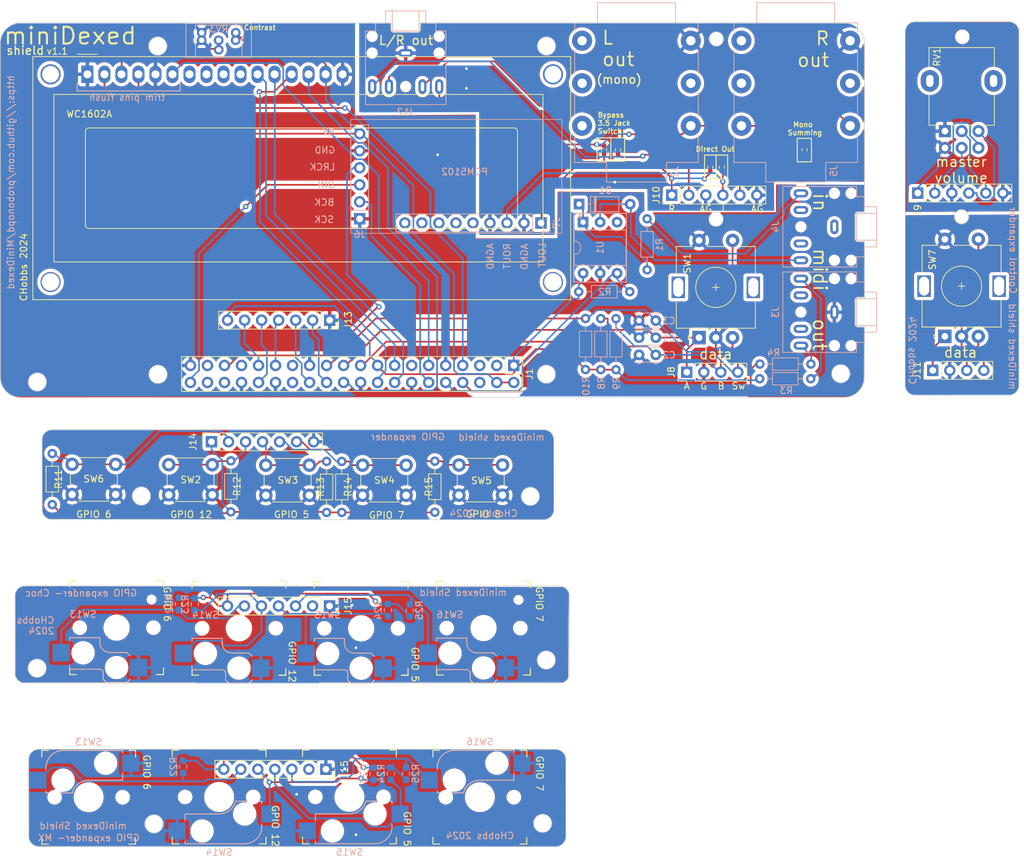
<source format=kicad_pcb>
(kicad_pcb (version 20221018) (generator pcbnew)
  (layers (0 "F.Cu" signal) (31 "B.Cu" signal) (34 "B.Paste" user) (35 "F.Paste" user) (36 "B.SilkS" user "B.Silkscreen") (37 "F.SilkS" user "F.Silkscreen") (38 "B.Mask" user) (39 "F.Mask" user) (44 "Edge.Cuts" user))
  (net 0 "")
  (net 1 "Net-(D1-K)")
  (net 2 "Net-(D1-A)")
  (net 3 "EncSW")
  (net 4 "Net-(DS1-VO)")
  (net 5 "lcd_RS")
  (net 6 "lcd_E")
  (net 7 "lcd_D4")
  (net 8 "lcd_D5")
  (net 13 "lcd_D6")
  (net 14 "lcd_D7")
  (net 15 "Net-(J12-PadTN)")
  (net 17 "Net-(J12-PadRN)")
  (net 18 "Net-(J5-PadTN)")
  (net 19 "EncA")
  (net 20 "EncB")
  (net 23 "Rx")
  (net 25 "Net-(J9-Pin_5)")
  (net 26 "Net-(J10-Pin_2)")
  (net 27 "Net-(J10-Pin_5)")
  (net 29 "Net-(J14-Pin_1)")
  (net 30 "Net-(J14-Pin_5)")
  (net 33 "Net-(J14-Pin_2)")
  (net 34 "Tx")
  (net 37 "Net-(J14-Pin_3)")
  (net 39 "Net-(J3-PadT)")
  (net 41 "+3.3V")
  (net 42 "Net-(J14-Pin_4)")
  (net 43 "Net-(J14-Pin_6)")
  (net 44 "button5")
  (net 45 "button4")
  (net 46 "button3")
  (net 47 "button2")
  (net 50 "button1")
  (net 51 "Net-(J11-Pin_1)")
  (net 52 "Net-(J11-Pin_3)")
  (net 53 "Net-(J11-Pin_4)")
  (net 54 "GND")
  (net 55 "+5V")
  (net 56 "BCK")
  (net 57 "LRCK")
  (net 59 "DIN")
  (net 60 "GNDA")
  (net 61 "Net-(J10-Pin_1)")
  (net 67 "Net-(J9-Pin_1)")
  (net 68 "Net-(J9-Pin_2)")
  (net 69 "Net-(J3-PadR)")
  (net 70 "Net-(J9-Pin_4)")
  (net 74 "Net-(J10-Pin_4)")
  (net 75 "Net-(J4-PadR)")
  (net 77 "Net-(J15-Pin_1)")
  (net 79 "Net-(J15-Pin_3)")
  (net 80 "Net-(J15-Pin_4)")
  (net 81 "Net-(J15-Pin_5)")
  (net 82 "Net-(J15-Pin_6)")
  (footprint "Connector_PinSocket_2.54mm:PinSocket_1x07_P2.54mm_Vertical" (layer "F.Cu") (at 132.227135 163.988042 -90)
    (fp_text reference "J15")
    (fp_text value "Conn_01x07_Pin")
  )
  (footprint "Resistor_SMD:R_0402_1005Metric_Pad0.72x0.64mm_HandSolder" (layer "F.Cu") (at 191.34 74.11 90)
    (fp_text reference "R6" hide)
    (fp_text value "0R")
  )
  (footprint "Resistor_SMD:R_0402_1005Metric_Pad0.72x0.64mm_HandSolder" (layer "F.Cu") (at 175.825 71.5 -90)
    (fp_text reference "R17" hide)
    (fp_text value "0R")
  )
  (footprint "Resistor_THT:R_Axial_DIN0204_L3.6mm_D1.6mm_P7.62mm_Horizontal" (layer "F.Cu") (at 148.49 125.62 90)
    (fp_text reference "R15")
    (fp_text value "10K")
  )
  (footprint "keyswitches:Kailh_socket_MX" (layer "F.Cu") (at 135.74 168.113362 180)
    (fp_text reference "SW15")
    (fp_text value "SW_Push")
  )
  (footprint "Resistor_THT:R_Axial_DIN0204_L3.6mm_D1.6mm_P7.62mm_Horizontal" (layer "F.Cu") (at 134.6 125.65 90)
    (fp_text reference "R14")
    (fp_text value "10k")
  )
  (footprint "keyswitches:Kailh_socket_MX" (layer "F.Cu") (at 155.210814 168.152361)
    (fp_text reference "SW16")
    (fp_text value "SW_Push")
  )
  (footprint "keyswitches:Kailh_socket_MX" (layer "F.Cu") (at 96.81 168.163362)
    (fp_text reference "SW13")
    (fp_text value "SW_Push")
  )
  (footprint "keyswitches:Kailh_socket_MX" (layer "F.Cu") (at 116.290815 168.123362 180)
    (fp_text reference "SW14")
    (fp_text value "SW_Push")
  )
  (footprint "Button_Switch_THT:SW_PUSH_6mm" (layer "F.Cu") (at 100.84 122.97 180)
    (fp_text reference "SW6")
    (fp_text value "SW_Push")
  )
  (footprint "Resistor_SMD:R_0402_1005Metric_Pad0.72x0.64mm_HandSolder" (layer "F.Cu") (at 173.75 71.5 -90)
    (fp_text reference "R16" hide)
    (fp_text value "0R")
  )
  (footprint "Connector_PinSocket_2.54mm:PinSocket_1x07_P2.54mm_Vertical" (layer "F.Cu") (at 132.772392 139.61645 -90)
    (fp_text reference "J15")
    (fp_text value "Conn_01x07_Pin")
  )
  (footprint "Connector_PinHeader_2.54mm:PinHeader_2x20_P2.54mm_Vertical" (layer "F.Cu") (at 160.27 103.71 -90)
    (fp_text reference "J1")
    (fp_text value "Raspberry_Pi_2_3")
  )
  (footprint "Display:WC1602A" (layer "F.Cu") (at 96.6241 60.25)
    (fp_text reference "DS1" hide)
    (fp_text value "WC1602A")
  )
  (footprint "Resistor_SMD:R_0402_1005Metric_Pad0.72x0.64mm_HandSolder" (layer "F.Cu") (at 203.675 71.5 90)
    (fp_text reference "R7" hide)
    (fp_text value "0R")
  )
  (footprint "Resistor_THT:R_Axial_DIN0204_L3.6mm_D1.6mm_P7.62mm_Horizontal" (layer "F.Cu") (at 132.33 125.65 90)
    (fp_text reference "R13")
    (fp_text value "10K")
  )
  (footprint "Connector_PinHeader_2.54mm:PinHeader_1x06_P2.54mm_Vertical" (layer "F.Cu") (at 220.58 77.975 90)
    (fp_text reference "J9")
    (fp_text value "Conn_01x06_Pin")
  )
  (footprint "Connector_PinSocket_2.54mm:PinSocket_1x07_P2.54mm_Vertical" (layer "F.Cu") (at 132.79 96.95 -90)
    (fp_text reference "J13")
    (fp_text value "Conn_01x07_Pin")
  )
  (footprint "keyswitches:Kailh_socket_PG1350" (layer "F.Cu") (at 100.982135 142.85)
    (fp_text reference "SW13")
    (fp_text value "SW_Push")
  )
  (footprint "Resistor_THT:R_Axial_DIN0204_L3.6mm_D1.6mm_P7.62mm_Horizontal" (layer "F.Cu") (at 91.38 124.48 90)
    (fp_text reference "R11")
    (fp_text value "10K")
  )
  (footprint "Connector_PinHeader_2.54mm:PinHeader_1x04_P2.54mm_Vertical" (layer "F.Cu") (at 222.82 104.445 90)
    (fp_text reference "J11")
    (fp_text value "Conn_01x04_Pin")
  )
  (footprint "Rotary_Encoder:RotaryEncoder_Alps_EC11E-Switch_Vertical_H20mm" (layer "F.Cu") (at 187.93 99.55 90)
    (fp_text reference "SW1")
    (fp_text value "RotaryEncoder_Switch")
  )
  (footprint "Resistor_THT:R_Axial_DIN0204_L3.6mm_D1.6mm_P7.62mm_Horizontal" (layer "F.Cu") (at 118.04 125.57 90)
    (fp_text reference "R12")
    (fp_text value "10K")
  )
  (footprint "Button_Switch_THT:SW_PUSH_6mm" (layer "F.Cu") (at 129.76 123.09 180)
    (fp_text reference "SW3")
    (fp_text value "SW_Push")
  )
  (footprint "keyswitches:Kailh_socket_PG1350" (layer "F.Cu") (at 137.487135 142.95)
    (fp_text reference "SW15")
    (fp_text value "SW_Push")
  )
  (footprint "Connector_PinSocket_2.54mm:PinSocket_1x07_P2.54mm_Vertical" (layer "F.Cu") (at 115.15 115.105 90)
    (fp_text reference "J14")
    (fp_text value "Conn_01x07_Pin")
  )
  (footprint "keyswitches:Kailh_socket_PG1350" (layer "F.Cu") (at 119.242135 142.94)
    (fp_text reference "SW14")
    (fp_text value "SW_Push")
  )
  (footprint "keyswitches:Kailh_socket_PG1350" (layer "F.Cu") (at 155.756071 142.91)
    (fp_text reference "SW16")
    (fp_text value "SW_Push")
  )
  (footprint "Rotary_Encoder:RotaryEncoder_Alps_EC11E-Switch_Vertical_H20mm" (layer "F.Cu") (at 224.62 99.37 90)
    (fp_text reference "SW7")
    (fp_text value "RotaryEncoder_Switch")
  )
  (footprint "Button_Switch_THT:SW_PUSH_6mm" (layer "F.Cu") (at 158.59 123.07 180)
    (fp_text reference "SW5")
    (fp_text value "SW_Push")
  )
  (footprint "Resistor_SMD:R_0402_1005Metric_Pad0.72x0.64mm_HandSolder" (layer "F.Cu") (at 189.61 74.12 90)
    (fp_text reference "R5" hide)
    (fp_text value "0R")
  )
  (footprint "Button_Switch_THT:SW_PUSH_6mm" (layer "F.Cu") (at 144.2 123.09 180)
    (fp_text reference "SW4")
    (fp_text value "SW_Push")
  )
  (footprint "Button_Switch_THT:SW_PUSH_6mm" (layer "F.Cu") (at 115.27 123.02 180)
    (fp_text reference "SW2")
    (fp_text value "SW_Push")
  )
  (footprint "Potentiometer_THT:Potentiometer_Alpha_RD902F-40-00D_Dual_Vertical" (layer "F.Cu") (at 224.635 68.73 90)
    (fp_text reference "RV1")
    (fp_text value "R_Potentiometer_Dual")
  )
  (footprint "Connector_PinHeader_2.54mm:PinHeader_1x06_P2.54mm_Vertical" (layer "F.Cu") (at 183.86 78.28 90)
    (fp_text reference "J10")
    (fp_text value "Conn_01x06_Pin")
  )
  (footprint "Connector_PinHeader_2.54mm:PinHeader_1x04_P2.54mm_Vertical" (layer "F.Cu") (at 186.1 104.71 90)
    (fp_text reference "J8")
    (fp_text value "Conn_01x04_Pin")
  )
  (footprint "Resistor_SMD:R_0603_1608Metric_Pad0.98x0.95mm_HandSolder" (layer "B.Cu") (at 141.912814 164.636361 -90)
    (fp_text reference "R24")
    (fp_text value "10K")
  )
  (footprint "Resistor_THT:R_Axial_DIN0204_L3.6mm_D1.6mm_P7.62mm_Horizontal" (layer "B.Cu") (at 173.26 104.33 90)
    (fp_text reference "R8")
    (fp_text value "10K")
  )
  (footprint "Resistor_THT:R_Axial_DIN0204_L3.6mm_D1.6mm_P7.62mm_Horizontal" (layer "B.Cu") (at 196.98 105.69)
    (fp_text reference "R3")
    (fp_text value "33")
  )
  (footprint "Connector_PinHeader_2.54mm:PinHeader_1x06_P2.54mm_Vertical" (layer "B.Cu") (at 137.27 81.82)
    (fp_text reference "J6")
    (fp_text value "Conn_01x06_Pin")
  )
  (footprint "Resistor_SMD:R_0603_1608Metric_Pad0.98x0.95mm_HandSolder" (layer "B.Cu") (at 139.351475 164.665022 -90)
    (fp_text reference "R23")
    (fp_text value "10k")
  )
  (footprint "Resistor_SMD:R_0603_1608Metric_Pad0.98x0.95mm_HandSolder" (layer "B.Cu") (at 141.47 140.23 -90)
    (fp_text reference "R24")
    (fp_text value "10K")
  )
  (footprint "Capacitor_THT:C_Disc_D3.0mm_W2.0mm_P2.50mm" (layer "B.Cu") (at 181.47 99.56 180)
    (fp_text reference "C1")
    (fp_text value "C_Small")
  )
  (footprint "Resistor_SMD:R_0603_1608Metric_Pad0.98x0.95mm_HandSolder" (layer "B.Cu") (at 144.198814 164.636361 90)
    (fp_text reference "R25")
    (fp_text value "10K")
  )
  (footprint "Connector_Audio:Jack_6.35mm_Neutrik_NMJ6HCD3_Horizontal" (layer "B.Cu") (at 186.7 67.93 90)
    (fp_text reference "J2")
    (fp_text value "AudioJack2_Switch")
  )
  (footprint "Connector_Audio:Jack_3.5mm_CUI_SJ1-3525N_Horizontal" (layer "B.Cu") (at 144.14 57.08)
    (fp_text reference "J12")
    (fp_text value "AudioJack3_SwitchTR")
    (fp_line (start -2.2 -3.5) (end -2.2 -4.5) (stroke (width 0.12)) (layer "Edge.Cuts"))
    (fp_line (start 1.8 -3.1) (end -1.8 -3.1) (stroke (width 0.12)) (layer "Edge.Cuts"))
    (fp_line (start 2.2 -3.5) (end 2.2 -4.5) (stroke (width 0.12)) (layer "Edge.Cuts"))
    (fp_arc (start -1.8 -3.1) (mid -2.082842 -3.217158) (end -2.2 -3.5) (stroke (width 0.12)) (layer "Edge.Cuts"))
    (fp_arc (start 2.2 -3.5) (mid 2.082843 -3.217157) (end 1.8 -3.1) (stroke (width 0.12)) (layer "Edge.Cuts"))
  )
  (footprint "Resistor_THT:R_Axial_DIN0204_L3.6mm_D1.6mm_P7.62mm_Horizontal" (layer "B.Cu") (at 170.98 104.32 90)
    (fp_text reference "R10")
    (fp_text value "10K")
  )
  (footprint "Potentiometer_THT:Potentiometer_Bourns_3296W_Vertical" (layer "B.Cu") (at 113.68 55.16 180)
    (fp_text reference "RV2" hide)
    (fp_text value "R_Potentiometer_Trim_US")
  )
  (footprint "Connector_PinHeader_2.54mm:PinHeader_1x09_P2.54mm_Vertical" (layer "B.Cu") (at 164.34 82.44 90)
    (fp_text reference "J7")
    (fp_text value "Conn_01x09_Pin")
  )
  (footprint "Resistor_SMD:R_0603_1608Metric_Pad0.98x0.95mm_HandSolder" (layer "B.Cu") (at 112.652135 139.350833 -90)
    (fp_text reference "R23")
    (fp_text value "10k")
  )
  (footprint "Diode_THT:D_DO-35_SOD27_P7.62mm_Horizontal" (layer "B.Cu") (at 170.03 79.63)
    (fp_text reference "D1")
    (fp_text value "1N4148")
  )
  (footprint "Resistor_SMD:R_0603_1608Metric_Pad0.98x0.95mm_HandSolder" (layer "B.Cu") (at 144.744071 140.264769 90)
    (fp_text reference "R25")
    (fp_text value "10K")
  )
  (footprint "Resistor_THT:R_Axial_DIN0204_L3.6mm_D1.6mm_P7.62mm_Horizontal" (layer "B.Cu") (at 180.175 89.435 90)
    (fp_text reference "R1")
    (fp_text value "220")
  )
  (footprint "Resistor_THT:R_Axial_DIN0204_L3.6mm_D1.6mm_P7.62mm_Horizontal" (layer "B.Cu") (at 175.53 104.34 90)
    (fp_text reference "R9")
    (fp_text value "10K")
  )
  (footprint "Resistor_SMD:R_0603_1608Metric_Pad0.98x0.95mm_HandSolder" (layer "B.Cu") (at 110.924814 163.620361 -90)
    (fp_text reference "R22")
    (fp_text value "10K")
  )
  (footprint "Package_DIP:DIP-6_W7.62mm_Socket" (layer "B.Cu") (at 170.62 82.32 -90)
    (fp_text reference "U1")
    (fp_text value "H11L1")
  )
  (footprint "Resistor_SMD:R_0603_1608Metric_Pad0.98x0.95mm_HandSolder" (layer "B.Cu") (at 110.302135 139.300833 -90)
    (fp_text reference "R22")
    (fp_text value "10K")
  )
  (footprint "Resistor_THT:R_Axial_DIN0204_L3.6mm_D1.6mm_P7.62mm_Horizontal" (layer "B.Cu") (at 197.01 103.5)
    (fp_text reference "R4")
    (fp_text value "10")
  )
  (footprint "Connector_Audio:Jack_3.5mm_CUI_SJ1-3525N_Horizontal" (layer "B.Cu") (at 208.13 83.01 -90)
    (fp_text reference "J4")
    (fp_text value "AudioJack4_SwitchT1")
    (fp_line (start -2.2 -3.5) (end -2.2 -4.5) (stroke (width 0.12)) (layer "Edge.Cuts"))
    (fp_line (start 1.8 -3.1) (end -1.8 -3.1) (stroke (width 0.12)) (layer "Edge.Cuts"))
    (fp_line (start 2.2 -3.5) (end 2.2 -4.5) (stroke (width 0.12)) (layer "Edge.Cuts"))
    (fp_arc (start -1.8 -3.1) (mid -2.082842 -3.217158) (end -2.2 -3.5) (stroke (width 0.12)) (layer "Edge.Cuts"))
    (fp_arc (start 2.2 -3.5) (mid 2.082843 -3.217157) (end 1.8 -3.1) (stroke (width 0.12)) (layer "Edge.Cuts"))
  )
  (footprint "Connector_Audio:Jack_3.5mm_CUI_SJ1-3525N_Horizontal" (layer "B.Cu") (at 208.13 95.75 -90)
    (fp_text reference "J3")
    (fp_text value "AudioJack4_SwitchT1")
    (fp_line (start -2.2 -3.5) (end -2.2 -4.5) (stroke (width 0.12)) (layer "Edge.Cuts"))
    (fp_line (start 1.8 -3.1) (end -1.8 -3.1) (stroke (width 0.12)) (layer "Edge.Cuts"))
    (fp_line (start 2.2 -3.5) (end 2.2 -4.5) (stroke (width 0.12)) (layer "Edge.Cuts"))
    (fp_arc (start -1.8 -3.1) (mid -2.082842 -3.217158) (end -2.2 -3.5) (stroke (width 0.12)) (layer "Edge.Cuts"))
    (fp_arc (start 2.2 -3.5) (mid 2.082843 -3.217157) (end 1.8 -3.1) (stroke (width 0.12)) (layer "Edge.Cuts"))
  )
  (footprint "Resistor_THT:R_Axial_DIN0204_L3.6mm_D1.6mm_P7.62mm_Horizontal" (layer "B.Cu") (at 177.59 92.7 180)
    (fp_text reference "R2")
    (fp_text value "470")
  )
  (footprint "Capacitor_THT:C_Disc_D3.0mm_W2.0mm_P2.50mm" (layer "B.Cu") (at 181.47 97.01 180)
    (fp_text reference "C3")
    (fp_text value "C_Small")
  )
  (footprint "Potentiometer_THT:Potentiometer_Bourns_3266W_Vertical" (layer "B.Cu") (at 113.69 54.04 180)
    (fp_text reference "RV3")
    (fp_text value "R_Potentiometer_Trim_US")
  )
  (footprint "Connector_Audio:Jack_6.35mm_Neutrik_NMJ6HCD3_Horizontal" (layer "B.Cu") (at 210.48 67.93 90)
    (fp_text reference "J5")
    (fp_text value "AudioJack2_Switch")
  )
  (footprint "Capacitor_THT:C_Disc_D3.0mm_W2.0mm_P2.50mm" (layer "B.Cu") (at 178.97 102.12)
    (fp_text reference "C2")
    (fp_text value "C_Small")
  )
  (gr_rect (start 135.93 66.98) (end 167.44 83.98) (stroke (width 0.1)) (fill none) (layer "B.SilkS"))
  (gr_line (start 95.1 61.475) (end 95.1 62.725) (stroke (width 0.15)) (layer "B.SilkS"))
  (gr_line (start 95.1 62.725) (end 110.475 62.725) (stroke (width 0.15)) (layer "B.SilkS"))
  (gr_line (start 110.475 62.725) (end 110.475 61.425) (stroke (width 0.15)) (layer "B.SilkS"))
  (gr_rect (start 172.7 69.725) (end 176.825 73.225) (stroke (width 0.15)) (fill none) (layer "F.SilkS"))
  (gr_rect (start 188.75 72.3) (end 192.2 75.875) (stroke (width 0.15)) (fill none) (layer "F.SilkS"))
  (gr_rect (start 202.585 69.81) (end 204.71 73.31) (stroke (width 0.15)) (fill none) (layer "F.SilkS"))
  (gr_line (start 190.475 72.3) (end 190.475 75.875) (stroke (width 0.15)) (layer "F.SilkS"))
  (gr_line (start 174.7625 69.725) (end 174.7625 73.225) (stroke (width 0.15)) (layer "F.SilkS"))
  (gr_line (start 141.94 52.58) (end 86.638391 52.578391) (stroke (width 0.12)) (layer "Edge.Cuts"))
  (gr_arc (start 91.36 126.73) (mid 90.29934 126.29066) (end 89.86 125.23) (stroke (width 0.1)) (layer "Edge.Cuts"))
  (gr_line (start 86.648391 108.491609) (end 157.325 108.5) (stroke (width 0.1)) (layer "Edge.Cuts"))
  (gr_arc (start 87.306072 151.12877) (mid 86.245412 150.68943) (end 85.806072 149.62877) (stroke (width 0.1)) (layer "Edge.Cuts"))
  (gr_circle (center 190.51 54.97) (end 190.51 53.91) (stroke (width 0.1)) (fill none) (layer "Edge.Cuts"))
  (gr_circle (center 104.685 123.205) (end 105.275 124.425) (stroke (width 0.1)) (fill none) (layer "Edge.Cuts"))
  (gr_line (start 87.306072 151.12877) (end 167.096072 151.16277) (stroke (width 0.1)) (layer "Edge.Cuts"))
  (gr_line (start 89.350672 161.000672) (end 166.540815 161.010362) (stroke (width 0.1)) (layer "Edge.Cuts"))
  (gr_arc (start 168.596072 149.66277) (mid 168.156732 150.72343) (end 167.096072 151.16277) (stroke (width 0.1)) (layer "Edge.Cuts"))
  (gr_circle (center 89.118071 148.900769) (end 90.468071 148.900769) (stroke (width 0.1)) (fill none) (layer "Edge.Cuts"))
  (gr_circle (center 165.126732 147.684431) (end 165.786732 148.86211) (stroke (width 0.1)) (fill none) (layer "Edge.Cuts"))
  (gr_arc (start 167.086072 136.63877) (mid 168.146732 137.07811) (end 168.586072 138.13877) (stroke (width 0.1)) (layer "Edge.Cuts"))
  (gr_circle (center 107.13 56.03) (end 108.22 56.83) (stroke (width 0.1)) (fill none) (layer "Edge.Cuts"))
  (gr_circle (center 162.745 123.247321) (end 163.595 124.295) (stroke (width 0.1)) (fill none) (layer "Edge.Cuts"))
  (gr_line (start 212.63 80.81) (end 212.627947 55.668666) (stroke (width 0.1)) (layer "Edge.Cuts"))
  (gr_circle (center 165.14434 105.017981) (end 165.99434 106.06566) (stroke (width 0.1)) (fill none) (layer "Edge.Cuts"))
  (gr_line (start 85.806072 138.11477) (end 85.806072 149.62877) (stroke (width 0.1)) (layer "Edge.Cuts"))
  (gr_arc (start 209.618975 52.58) (mid 211.775 53.489605) (end 212.627947 55.668666) (stroke (width 0.1)) (layer "Edge.Cuts"))
  (gr_line (start 234.19 52.39) (end 220.2 52.39) (stroke (width 0.1)) (layer "Edge.Cuts"))
  (gr_circle (center 106.565815 172.141537) (end 106.565815 170.786362) (stroke (width 0.1)) (fill none) (layer "Edge.Cuts"))
  (gr_line (start 212.63 85.21) (end 212.63 93.55) (stroke (width 0.1)) (layer "Edge.Cuts"))
  (gr_line (start 218.7 53.89) (end 218.69066 106.65934) (stroke (width 0.1)) (layer "Edge.Cuts"))
  (gr_arc (start 166.26 125.23) (mid 165.82066 126.29066) (end 164.76 126.73) (stroke (width 0.1)) (layer "Edge.Cuts"))
  (gr_line (start 89.86 114.8) (end 89.86 125.23) (stroke (width 0.1)) (layer "Edge.Cuts"))
  (gr_line (start 166.26 125.23) (end 166.25 114.79) (stroke (width 0.1)) (layer "Edge.Cuts"))
  (gr_line (start 91.36 126.73) (end 164.76 126.73) (stroke (width 0.1)) (layer "Edge.Cuts"))
  (gr_arc (start 234.19 52.39) (mid 235.25066 52.82934) (end 235.69 53.89) (stroke (width 0.1)) (layer "Edge.Cuts"))
  (gr_circle (center 91.125 91.24418) (end 92.065 92.11418) (stroke (width 0.1)) (fill none) (layer "Edge.Cuts"))
  (gr_line (start 87.306072 136.61477) (end 167.086072 136.63877) (stroke (width 0.1)) (layer "Edge.Cuts"))
  (gr_circle (center 209.08 104.94) (end 209.73 106.13) (stroke (width 0.1)) (fill none) (layer "Edge.Cuts"))
  (gr_circle (center 190.46 81.89) (end 190.46 80.83) (stroke (width 0.1)) (fill none) (layer "Edge.Cuts"))
  (gr_circle (center 165.16 56.03) (end 164.65 57.28) (stroke (width 0.1)) (fill none) (layer "Edge.Cuts"))
  (gr_arc (start 212.591609 105.471609) (mid 211.71 107.6) (end 209.581609 108.481609) (stroke (width 0.1)) (layer "Edge.Cuts"))
  (gr_arc (start 218.7 53.89) (mid 219.13934 52.82934) (end 220.2 52.39) (stroke (width 0.1)) (layer "Edge.Cuts"))
  (gr_arc (start 85.806072 138.11477) (mid 86.245412 137.05411) (end 87.306072 136.61477) (stroke (width 0.1)) (layer "Edge.Cuts"))
  (gr_circle (center 166.125 91.225) (end 166.725 92.365) (stroke (width 0.1)) (fill none) (layer "Edge.Cuts"))
  (gr_line (start 235.68 106.644348) (end 235.69 53.89) (stroke (width 0.1)) (layer "Edge.Cuts"))
  (gr_arc (start 164.75 113.29) (mid 165.81066 113.72934) (end 166.25 114.79) (stroke (width 0.1)) (layer "Edge.Cuts"))
  (gr_circle (center 227.115 81.5146) (end 227.115 80.4546) (stroke (width 0.1)) (fill none) (layer "Edge.Cuts"))
  (gr_arc (start 235.68 106.644348) (mid 235.240649 107.705012) (end 234.18 108.144348) (stroke (width 0.1)) (layer "Edge.Cuts"))
  (gr_arc (start 83.628391 55.588391) (mid 84.51 53.46) (end 86.638391 52.578391) (stroke (width 0.1)) (layer "Edge.Cuts"))
  (gr_line (start 168.050815 174.034362) (end 168.040815 162.510362) (stroke (width 0.1)) (layer "Edge.Cuts"))
  (gr_arc (start 87.850672 162.500672) (mid 88.289991 161.439977) (end 89.350672 161.000672) (stroke (width 0.1)) (layer "Edge.Cuts"))
  (gr_line (start 87.850672 162.500672) (end 87.860729 174.019294) (stroke (width 0.1)) (layer "Edge.Cuts"))
  (gr_line (start 91.36 113.3) (end 164.75 113.29) (stroke (width 0.1)) (layer "Edge.Cuts"))
  (gr_arc (start 89.360729 175.519294) (mid 88.300014 175.080016) (end 87.860729 174.019294) (stroke (width 0.1)) (layer "Edge.Cuts"))
  (gr_arc (start 86.648391 108.491609) (mid 84.52 107.61) (end 83.638391 105.481609) (stroke (width 0.1)) (layer "Edge.Cuts"))
  (gr_line (start 157.325 108.5) (end 209.581609 108.481609) (stroke (width 0.1)) (layer "Edge.Cuts"))
  (gr_circle (center 164.581475 172.056023) (end 165.241475 173.233702) (stroke (width 0.1)) (fill none) (layer "Edge.Cuts"))
  (gr_line (start 212.63 97.95) (end 212.591609 105.471609) (stroke (width 0.1)) (layer "Edge.Cuts"))
  (gr_line (start 146.34 52.58) (end 209.618975 52.58) (stroke (width 0.1)) (layer "Edge.Cuts"))
  (gr_arc (start 89.86 114.8) (mid 90.29934 113.73934) (end 91.36 113.3) (stroke (width 0.1)) (layer "Edge.Cuts"))
  (gr_line (start 168.596072 149.66277) (end 168.586072 138.13877) (stroke (width 0.1)) (layer "Edge.Cuts"))
  (gr_arc (start 220.19066 108.15934) (mid 219.13 107.72) (end 218.69066 106.65934) (stroke (width 0.1)) (layer "Edge.Cuts"))
  (gr_line (start 220.19 108.155) (end 234.18 108.144348) (stroke (width 0.1)) (layer "Edge.Cuts"))
  (gr_line (start 83.628391 55.588391) (end 83.638391 105.481609) (stroke (width 0.1)) (layer "Edge.Cuts"))
  (gr_circle (center 89.154 106.172) (end 90.504 106.172) (stroke (width 0.1)) (fill none) (layer "Edge.Cuts"))
  (gr_arc (start 168.050815 174.034362) (mid 167.611463 175.09501) (end 166.550815 175.534362) (stroke (width 0.1)) (layer "Edge.Cuts"))
  (gr_line (start 89.360729 175.519294) (end 166.550815 175.534362) (stroke (width 0.1)) (layer "Edge.Cuts"))
  (gr_circle (center 227.23 54.65) (end 227.23 53.59) (stroke (width 0.1)) (fill none) (layer "Edge.Cuts"))
  (gr_circle (center 107.165 105.035175) (end 107.165 103.68) (stroke (width 0.1)) (fill none) (layer "Edge.Cuts"))
  (gr_arc (start 166.540815 161.010362) (mid 167.601406 161.449748) (end 168.040815 162.510362) (stroke (width 0.1)) (layer "Edge.Cuts"))
  (gr_text "CHobbs 2024" (at 219.17 106.63 -90) (layer "B.SilkS") (effects (font (size 1 1)) (justify left bottom mirror)))
  (gr_text "GPIO expander" (at 150.09 114.95) (layer "B.SilkS") (effects (font (size 1 1)) (justify left bottom mirror)))
  (gr_text "miniDexed Shield" (at 159.32 138.19) (layer "B.SilkS") (effects (font (size 1 1)) (justify left bottom mirror)))
  (gr_text "https://github.com/probonopd/MiniDexed" (at 85.775 60.3 90) (layer "B.SilkS") (effects (font (size 1 1)) (justify left bottom mirror)))
  (gr_text "GPIO expander- MX" (at 104.52 174.81) (layer "B.SilkS") (effects (font (size 1 1)) (justify left bottom mirror)))
  (gr_text "trim pins flush" (at 108.325 64.275) (layer "B.SilkS") (effects (font (size 1 1)) (justify left bottom mirror)))
  (gr_text "miniDexed Shield" (at 102.59 173.02) (layer "B.SilkS") (effects (font (size 1 1)) (justify left bottom mirror)))
  (gr_text "5V" (at 133.64 69.47) (layer "B.SilkS") (effects (font (size 1 1)) (justify left bottom mirror)))
  (gr_text "ROUT" (at 159.87 85.37 90) (layer "B.SilkS") (effects (font (size 1 1)) (justify left bottom mirror)))
  (gr_text "CHobbs 2024" (at 160.94 126.38) (layer "B.SilkS") (effects (font (size 1 1)) (justify left bottom mirror)))
  (gr_text "GPIO expander- Choc" (at 104.13 138.27) (layer "B.SilkS") (effects (font (size 1 1)) (justify left bottom mirror)))
  (gr_text "AGND" (at 162.45 85.43 90) (layer "B.SilkS") (effects (font (size 1 1)) (justify left bottom mirror)))
  (gr_text "miniDexed shield" (at 234.1 107.41 -90) (layer "B.SilkS") (effects (font (size 1 1)) (justify left bottom mirror)))
  (gr_text "BCK" (at 133.58 79.94) (layer "B.SilkS") (effects (font (size 1 1)) (justify left bottom mirror)))
  (gr_text "Control expander\n" (at 234.21 79.94 -90) (layer "B.SilkS") (effects (font (size 1 1)) (justify right bottom mirror)))
  (gr_text "DIN" (at 133.58 77.3) (layer "B.SilkS") (effects (font (size 1 1)) (justify left bottom mirror)))
  (gr_text "CHobbs\n2024" (at 91.76 143.93) (layer "B.SilkS") (effects (font (size 1 1)) (justify left bottom mirror)))
  (gr_text "miniDexed shield" (at 164.97 115.01) (layer "B.SilkS") (effects (font (size 1 1)) (justify left bottom mirror)))
  (gr_text "CHobbs 2024" (at 160.401475 174.485022) (layer "B.SilkS") (effects (font (size 1 1)) (justify left bottom mirror)))
  (gr_text "PCM5102" (at 156.51 75.38) (layer "B.SilkS") (effects (font (size 1 1)) (justify left bottom mirror)))
  (gr_text "LRCK" (at 133.7 74.67) (layer "B.SilkS") (effects (font (size 1 1)) (justify left bottom mirror)))
  (gr_text "SCK" (at 133.51 82.51) (layer "B.SilkS") (effects (font (size 1 1)) (justify left bottom mirror)))
  (gr_text "AGND" (at 157.34 85.37 90) (layer "B.SilkS") (effects (font (size 1 1)) (justify left bottom mirror)))
  (gr_text "LOUT" (at 165.1 85.31 90) (layer "B.SilkS") (effects (font (size 1 1)) (justify left bottom mirror)))
  (gr_text "GND" (at 133.7 72.16) (layer "B.SilkS") (effects (font (size 1 1)) (justify left bottom mirror)))
  (gr_text "GPIO 6" (at 107.962135 136.623333 -90) (layer "F.SilkS") (effects (font (size 1 1)) (justify left bottom)))
  (gr_text "in" (at 204.825 77.8 -90) (layer "F.SilkS") (effects (font (size 2 2) (thickness 0.25)) (justify left bottom)))
  (gr_text "v1.1" (at 90.45 57.375) (layer "F.SilkS") (effects (font (size 1 1)) (justify left bottom)))
  (gr_text "CHobbs 2024" (at 87.7 89.04 90) (layer "F.SilkS") (effects (font (size 1 1)) (justify bottom)))
  (gr_text "GPIO 12" (at 124.091475 169.245022 -90) (layer "F.SilkS") (effects (font (size 1 1)) (justify left bottom)))
  (gr_text "(mono)" (at 179.5 61.75) (layer "F.SilkS") (effects (font (size 1.25 1.25) (thickness 0.2)) (justify right bottom)))
  (gr_text "AG" (at 195.575 80.925) (layer "F.SilkS") (effects (font (size 1 1)) (justify left bottom)))
  (gr_text "Mono \nSumming" (at 203.725 69.4) (layer "F.SilkS") (effects (font (size 0.75 0.75)) (justify bottom)))
  (gr_text "GPIO 6" (at 104.901475 161.695022 -90) (layer "F.SilkS") (effects (font (size 1 1)) (justify left bottom)))
  (gr_text "AG" (at 187.9 80.925) (layer "F.SilkS") (effects (font (size 1 1)) (justify left bottom)))
  (gr_text "R\nout" (at 207.525 59.3) (layer "F.SilkS") (effects (font (size 2 2) (thickness 0.25)) (justify right bottom)))
  (gr_text "GPIO 7" (at 163.561475 161.885022 -90) (layer "F.SilkS") (effects (font (size 1 1)) (justify left bottom)))
  (gr_text "shield" (at 84.425 57.425) (layer "F.SilkS") (effects (font (size 1.25 1.25) (thickness 0.2)) (justify left bottom)))
  (gr_text "Direct Out" (at 187.35 71.85) (layer "F.SilkS") (effects (font (size 0.75 0.75)) (justify left bottom)))
  (gr_text "master\nvolume" (at 227.07 76.595) (layer "F.SilkS") (effects (font (size 1.5 1.5) (thickness 0.2)) (justify bottom)))
  (gr_text "L\nout" (at 173.325 59.175) (layer "F.SilkS") (effects (font (size 2 2) (thickness 0.25)) (justify left bottom)))
  (gr_text "GPIO 7" (at 138.58 126.64) (layer "F.SilkS") (effects (font (size 1 1)) (justify left bottom)))
  (gr_text "GPIO 5" (at 144.952135 145.623333 -90) (layer "F.SilkS") (effects (font (size 1 1)) (justify left bottom)))
  (gr_text "GPIO 5" (at 124.39 126.54) (layer "F.SilkS") (effects (font (size 1 1)) (justify left bottom)))
  (gr_text "GPIO 5" (at 143.771475 170.155022 -90) (layer "F.SilkS") (effects (font (size 1 1)) (justify left bottom)))
  (gr_text "miniDexed" (at 83.95 55.975) (layer "F.SilkS") (effects (font (size 2.5 2.6) (thickness 0.3)) (justify left bottom)))
  (gr_text "GPIO 12" (at 126.602135 144.723333 -90) (layer "F.SilkS") (effects (font (size 1 1)) (justify left bottom)))
  (gr_text "midi" (at 204.825 86.075 -90) (layer "F.SilkS") (effects (font (size 2 2) (thickness 0.25)) (justify left bottom)))
  (gr_text "R" (at 183.25 80.925) (layer "F.SilkS") (effects (font (size 1 1)) (justify left bottom)))
  (gr_text "data" (at 224.37 102.645) (layer "F.SilkS") (effects (font (size 1.5 1.5) (thickness 0.2)) (justify left bottom)))
  (gr_text "A" (at 185.575 107.35) (layer "F.SilkS") (effects (font (size 1 1)) (justify left bottom)))
  (gr_text "B" (at 190.625 107.35) (layer "F.SilkS") (effects (font (size 1 1)) (justify left bottom)))
  (gr_text "Sw" (at 192.725 107.35) (layer "F.SilkS") (effects (font (size 1 1)) (justify left bottom)))
  (gr_text "L/R out" (at 140 55.975) (layer "F.SilkS") (effects (font (size 1.35 1.35) (thickness 0.2)) (justify left bottom)))
  (gr_text "Bypass\n3.5 Jack\nSwitch \n" (at 172.725 69.175) (layer "F.SilkS") (effects (font (size 0.75 0.75)) (justify left bottom)))
  (gr_text "GPIO 8" (at 153.01 126.5) (layer "F.SilkS") (effects (font (size 1 1)) (justify left bottom)))
  (gr_text "data" (at 187.825 102.9) (layer "F.SilkS") (effects (font (size 1.5 1.5) (thickness 0.2)) (justify left bottom)))
  (gr_text "GPIO 6" (at 94.87 126.51) (layer "F.SilkS") (effects (font (size 1 1)) (justify left bottom)))
  (gr_text "GPIO 7" (at 163.502135 136.603333 270) (layer "F.SilkS") (effects (font (size 1 1)) (justify left bottom)))
  (gr_text "out" (at 204.775 96.575 -90) (layer "F.SilkS") (effects (font (size 2 2) (thickness 0.25)) (justify left bottom)))
  (gr_text "Contrast" (at 119.91 53.7) (layer "F.SilkS") (effects (font (size 0.75 0.75)) (justify left bottom)))
  (gr_text "L" (at 191.2 80.9) (layer "F.SilkS") (effects (font (size 1 1)) (justify left bottom)))
  (gr_text "G" (at 188.025 107.375) (layer "F.SilkS") (effects (font (size 1 1)) (justify left bottom)))
  (gr_text "GPIO 12" (at 108.915 126.54) (layer "F.SilkS") (effects (font (size 1 1)) (justify left bottom)))
  (segment (start 170.62 82.77) (end 172.37 84.52) (width 0.25) (layer "B.Cu") (net 1))
  (segment (start 172.37 84.52) (end 176.38 84.52) (width 0.25) (layer "B.Cu") (net 1))
  (segment (start 180.175 88.315) (end 180.175 89.435) (width 0.25) (layer "B.Cu") (net 1))
  (segment (start 170.62 82.32) (end 170.62 80.22) (width 0.25) (layer "B.Cu") (net 1))
  (segment (start 176.38 84.52) (end 180.175 88.315) (width 0.25) (layer "B.Cu") (net 1))
  (segment (start 170.62 82.32) (end 170.62 82.77) (width 0.25) (layer "B.Cu") (net 1))
  (segment (start 170.62 80.22) (end 170.03 79.63) (width 0.25) (layer "B.Cu") (net 1))
  (segment (start 173.3 79.56) (end 173.37 79.63) (width 0.25) (layer "B.Cu") (net 2))
  (segment (start 203.13 88.01) (end 181.41 88.01) (width 0.25) (layer "B.Cu") (net 2))
  (segment (start 177.75 84.35) (end 177.75 79.73) (width 0.25) (layer "B.Cu") (net 2))
  (segment (start 173.37 79.63) (end 177.65 79.63) (width 0.25) (layer "B.Cu") (net 2))
  (segment (start 177.75 79.73) (end 177.65 79.63) (width 0.25) (layer "B.Cu") (net 2))
  (segment (start 173.16 82.32) (end 173.16 79.7) (width 0.25) (layer "B.Cu") (net 2))
  (segment (start 181.41 88.01) (end 177.75 84.35) (width 0.25) (layer "B.Cu") (net 2))
  (segment (start 173.16 79.7) (end 173.3 79.56) (width 0.25) (layer "B.Cu") (net 2))
  (segment (start 192.93 94.93) (end 192.93 85.05) (width 0.25) (layer "F.Cu") (net 3))
  (segment (start 132.665 103.71) (end 132.33 103.71) (width 0.25) (layer "F.Cu") (net 3))
  (segment (start 193.72 104.71) (end 193.72 101.81) (width 0.25) (layer "F.Cu") (net 3))
  (segment (start 194.705 100.825) (end 194.705 96.825) (width 0.25) (layer "F.Cu") (net 3))
  (segment (start 193.72 101.81) (end 194.705 100.825) (width 0.25) (layer "F.Cu") (net 3))
  (segment (start 194.705 96.825) (end 192.87 94.99) (width 0.25) (layer "F.Cu") (net 3))
  (segment (start 139.675 96.7) (end 132.665 103.71) (width 0.25) (layer "F.Cu") (net 3))
  (segment (start 170.98 96.7) (end 139.675 96.7) (width 0.25) (layer "F.Cu") (net 3))
  (segment (start 192.87 94.99) (end 192.93 94.93) (width 0.25) (layer "F.Cu") (net 3))
  (segment (start 192.91 104.71) (end 189.87 101.67) (width 0.25) (layer "B.Cu") (net 3))
  (segment (start 170.98 96.7) (end 171.3 96.7) (width 0.25) (layer "B.Cu") (net 3))
  (segment (start 193.72 104.71) (end 192.91 104.71) (width 0.25) (layer "B.Cu") (net 3))
  (segment (start 189.87 101.67) (end 186.13 101.67) (width 0.25) (layer "B.Cu") (net 3))
  (segment (start 186.13 101.67) (end 181.47 97.01) (width 0.25) (layer "B.Cu") (net 3))
  (segment (start 171.3 96.7) (end 172.55 95.45) (width 0.25) (layer "B.Cu") (net 3))
  (segment (start 172.55 95.45) (end 179.91 95.45) (width 0.25) (layer "B.Cu") (net 3))
  (segment (start 179.91 95.45) (end 181.47 97.01) (width 0.25) (layer "B.Cu") (net 3))
  (segment (start 103.36 53.07) (end 111.15 53.07) (width 0.25) (layer "F.Cu") (net 4))
  (segment (start 111.19 56) (end 111.64 56.45) (width 0.25) (layer "F.Cu") (net 4))
  (segment (start 101.74 60.23) (end 101.74 54.69) (width 0.25) (layer "F.Cu") (net 4))
  (segment (start 111.19 53.11) (end 111.19 56) (width 0.25) (layer "F.Cu") (net 4))
  (segment (start 111.64 56.45) (end 116.1 56.45) (width 0.25) (layer "F.Cu") (net 4))
  (segment (start 111.15 53.07) (end 111.19 53.11) (width 0.25) (layer "F.Cu") (net 4))
  (segment (start 116.1 56.45) (end 116.23 56.58) (width 0.25) (layer "F.Cu") (net 4))
  (segment (start 116.23 56.58) (end 116.23 55.17) (width 0.25) (layer "F.Cu") (net 4))
  (segment (start 116.23 55.17) (end 116.22 55.16) (width 0.25) (layer "F.Cu") (net 4))
  (segment (start 101.74 54.69) (end 103.36 53.07) (width 0.25) (layer "F.Cu") (net 4))
  (segment (start 135.05 65.275) (end 106.425 65.275) (width 0.25) (layer "F.Cu") (net 5))
  (segment (start 104.2441 63.0941) (end 104.2441 60.6743) (width 0.25) (layer "F.Cu") (net 5))
  (segment (start 106.425 65.275) (end 104.2441 63.0941) (width 0.25) (layer "F.Cu") (net 5))
  (via (at 135.05 65.275) (size 0.8) (drill 0.4) (layers "F.Cu" "B.Cu") (net 5))
  (segment (start 152.65 87.7497) (end 147.83 82.9297) (width 0.25) (layer "B.Cu") (net 5))
  (segment (start 147.83 82.9297) (end 147.83 77.855) (width 0.25) (layer "B.Cu") (net 5))
  (segment (start 135.225 65.25) (end 135.05 65.275) (width 0.25) (layer "B.Cu") (net 5))
  (segment (start 152.65 103.71) (end 152.65 87.7497) (width 0.25) (layer "B.Cu") (net 5))
  (segment (start 135.05 65.275) (end 135.075 65.25) (width 0.25) (layer "B.Cu") (net 5))
  (segment (start 104.28 59.77) (end 104.28 60.23) (width 0.25) (layer "B.Cu") (net 5))
  (segment (start 147.83 77.855) (end 135.225 65.25) (width 0.25) (layer "B.Cu") (net 5))
  (segment (start 109.36 60.23) (end 109.36 60.065) (width 0.25) (layer "B.Cu") (net 6))
  (segment (start 137.727 72.93) (end 140.12 75.3223) (width 0.25) (layer "B.Cu") (net 6))
  (segment (start 140.12 75.3223) (end 140.12 83.645) (width 0.25) (layer "B.Cu") (net 6))
  (segment (start 147.57 91.095) (end 147.57 103.71) (width 0.25) (layer "B.Cu") (net 6))
  (segment (start 136.804 72.93) (end 137.727 72.93) (width 0.25) (layer "B.Cu") (net 6))
  (segment (start 110.8421 58.5829) (end 125.106 58.5829) (width 0.25) (layer "B.Cu") (net 6))
  (segment (start 140.12 83.645) (end 147.57 91.095) (width 0.25) (layer "B.Cu") (net 6))
  (segment (start 125.87 61.9957) (end 136.804 72.93) (width 0.25) (layer "B.Cu") (net 6))
  (segment (start 125.106 58.5829) (end 125.87 59.3466) (width 0.25) (layer "B.Cu") (net 6))
  (segment (start 125.87 59.3466) (end 125.87 61.9957) (width 0.25) (layer "B.Cu") (net 6))
  (segment (start 109.36 60.065) (end 110.8421 58.5829) (width 0.25) (layer "B.Cu") (net 6))
  (segment (start 123.287 81.362) (end 123.287 61.457) (width 0.25) (layer "B.Cu") (net 7))
  (segment (start 142.49 100.565) (end 123.287 81.362) (width 0.25) (layer "B.Cu") (net 7))
  (segment (start 123.287 61.457) (end 122.06 60.23) (width 0.25) (layer "B.Cu") (net 7))
  (segment (start 142.49 103.71) (end 142.49 100.565) (width 0.25) (layer "B.Cu") (net 7))
  (segment (start 124.6 81.15) (end 124.6 60.23) (width 0.25) (layer "B.Cu") (net 8))
  (segment (start 142.49 106.25) (end 143.775 104.965) (width 0.25) (layer "B.Cu") (net 8))
  (segment (start 143.775 100.325) (end 124.6 81.15) (width 0.25) (layer "B.Cu") (net 8))
  (segment (start 143.775 104.965) (end 143.775 100.325) (width 0.25) (layer "B.Cu") (net 8))
  (segment (start 127.1241 60.23) (end 124.5009 62.8532) (width 0.25) (layer "F.Cu") (net 13))
  (segment (start 124.5009 62.8532) (end 122.3 62.8532) (width 0.25) (layer "F.Cu") (net 13))
  (segment (start 127.14 60.23) (end 127.1241 60.23) (width 0.25) (layer "F.Cu") (net 13))
  (via (at 122.3 62.8532) (size 0.8) (drill 0.4) (layers "F.Cu" "B.Cu") (net 13))
  (segment (start 141.141 101.016) (end 122.385 82.26) (width 0.25) (layer "B.Cu") (net 13))
  (segment (start 139.95 106.25) (end 139.95 105.7) (width 0.25) (layer "B.Cu") (net 13))
  (segment (start 141.141 104.509) (end 141.141 101.016) (width 0.25) (layer "B.Cu") (net 13))
  (segment (start 139.95 105.7) (end 141.141 104.509) (width 0.25) (layer "B.Cu") (net 13))
  (segment (start 122.385 62.9382) (end 122.3 62.8532) (width 0.25) (layer "B.Cu") (net 13))
  (segment (start 122.385 82.26) (end 122.385 62.9382) (width 0.25) (layer "B.Cu") (net 13))
  (segment (start 148.19 107.46) (end 148.825 106.825) (width 0.25) (layer "B.Cu") (net 14))
  (segment (start 136.956 70.4831) (end 129.68 63.2071) (width 0.25) (layer "B.Cu") (net 14))
  (segment (start 141.525 74.2461) (end 137.762 70.4831) (width 0.25) (layer "B.Cu") (net 14))
  (segment (start 137.762 70.4831) (end 136.956 70.4831) (width 0.25) (layer "B.Cu") (net 14))
  (segment (start 135.4 106.25) (end 136.61 107.46) (width 0.25) (layer "B.Cu") (net 14))
  (segment (start 148.825 106.825) (end 148.825 90.475) (width 0.25) (layer "B.Cu") (net 14))
  (segment (start 136.61 107.46) (end 148.19 107.46) (width 0.25) (layer "B.Cu") (net 14))
  (segment (start 141.525 83.175) (end 141.525 74.2461) (width 0.25) (layer "B.Cu") (net 14))
  (segment (start 134.87 106.25) (end 135.4 106.25) (width 0.25) (layer "B.Cu") (net 14))
  (segment (start 129.68 63.2071) (end 129.68 60.23) (width 0.25) (layer "B.Cu") (net 14))
  (segment (start 148.825 90.475) (end 141.525 83.175) (width 0.25) (layer "B.Cu") (net 14))
  (segment (start 166.295 70.725) (end 172.65 70.725) (width 0.25) (layer "F.Cu") (net 15))
  (segment (start 172.65 70.725) (end 172.825 70.9) (width 0.25) (layer "F.Cu") (net 15))
  (segment (start 186.7 67.93) (end 189.68 67.93) (width 0.25) (layer "F.Cu") (net 15))
  (segment (start 173.7475 70.9) (end 173.75 70.9025) (width 0.25) (layer "F.Cu") (net 15))
  (segment (start 203.475 72.325) (end 203.675 72.525) (width 0.25) (layer "F.Cu") (net 15))
  (segment (start 172.825 70.9) (end 173.7475 70.9) (width 0.25) (layer "F.Cu") (net 15))
  (segment (start 186.7 67.95) (end 186.72 67.93) (width 0.25) (layer "F.Cu") (net 15))
  (segment (start 148.245 60.475) (end 156.045 60.475) (width 0.25) (layer "F.Cu") (net 15))
  (segment (start 189.68 67.93) (end 194.075 72.325) (width 0.25) (layer "F.Cu") (net 15))
  (segment (start 194.075 72.325) (end 203.475 72.325) (width 0.25) (layer "F.Cu") (net 15))
  (segment (start 156.045 60.475) (end 166.295 70.725) (width 0.25) (layer "F.Cu") (net 15))
  (segment (start 177.475 69.2) (end 185.43 69.2) (width 0.25) (layer "F.Cu") (net 15))
  (segment (start 185.43 69.2) (end 186.7 67.93) (width 0.25) (layer "F.Cu") (net 15))
  (segment (start 146.64 62.08) (end 148.245 60.475) (width 0.25) (layer "F.Cu") (net 15))
  (via (at 172.65 70.725) (size 0.8) (drill 0.4) (layers "F.Cu" "B.Cu") (net 15))
  (via (at 177.475 69.2) (size 0.8) (drill 0.4) (layers "F.Cu" "B.Cu") (net 15))
  (segment (start 175.05 69.15) (end 177.425 69.15) (width 0.25) (layer "B.Cu") (net 15))
  (segment (start 172.65 70.725) (end 173.475 70.725) (width 0.25) (layer "B.Cu") (net 15))
  (segment (start 177.425 69.15) (end 177.475 69.2) (width 0.25) (layer "B.Cu") (net 15))
  (segment (start 173.475 70.725) (end 175.05 69.15) (width 0.25) (layer "B.Cu") (net 15))
  (segment (start 157.4003 58.3203) (end 164.03 64.95) (width 0.25) (layer "F.Cu") (net 17))
  (segment (start 207.5 64.95) (end 210.48 67.93) (width 0.25) (layer "F.Cu") (net 17))
  (segment (start 150.3997 58.3203) (end 157.4003 58.3203) (width 0.25) (layer "F.Cu") (net 17))
  (segment (start 179.6 64.95) (end 207.5 64.95) (width 0.25) (layer "F.Cu") (net 17))
  (segment (start 164.03 64.95) (end 176.4416 64.95) (width 0.25) (layer "F.Cu") (net 17))
  (segment (start 176.4416 64.95) (end 179.6 64.95) (width 0.25) (layer "F.Cu") (net 17))
  (segment (start 142.838 59.455) (end 149.265 59.455) (width 0.25) (layer "F.Cu") (net 17))
  (segment (start 149.265 59.455) (end 150.3997 58.3203) (width 0.25) (layer "F.Cu") (net 17))
  (segment (start 141.64 62.08) (end 141.64 60.6531) (width 0.25) (layer "F.Cu") (net 17))
  (segment (start 176.4416 70.2859) (end 175.825 70.9025) (width 0.25) (layer "F.Cu") (net 17))
  (segment (start 141.64 60.6531) (end 142.838 59.455) (width 0.25) (layer "F.Cu") (net 17))
  (segment (start 176.4416 64.95) (end 176.4416 70.2859) (width 0.25) (layer "F.Cu") (net 17))
  (segment (start 197.58 67.93) (end 200.325 70.675) (width 0.25) (layer "F.Cu") (net 18))
  (segment (start 203.475 70.675) (end 203.675 70.875) (width 0.25) (layer "F.Cu") (net 18))
  (segment (start 194.25 67.93) (end 197.58 67.93) (width 0.25) (layer "F.Cu") (net 18))
  (segment (start 200.325 70.675) (end 203.475 70.675) (width 0.25) (layer "F.Cu") (net 18))
  (segment (start 194.24 67.94) (end 194.25 67.93) (width 0.25) (layer "F.Cu") (net 18))
  (segment (start 193.01 67.94) (end 194.24 67.94) (width 0.25) (layer "F.Cu") (net 18))
  (segment (start 194.24 67.94) (end 194.25 67.94) (width 0.25) (layer "F.Cu") (net 18))
  (segment (start 140.5296 98.3954) (end 174.287 98.3954) (width 0.25) (layer "F.Cu") (net 19))
  (segment (start 173.26 96.71) (end 174.287 96.71) (width 0.25) (layer "F.Cu") (net 19))
  (segment (start 134.87 103.71) (end 135.215 103.71) (width 0.25) (layer "F.Cu") (net 19))
  (segment (start 187.93 99.55) (end 181.48 99.55) (width 0.25) (layer "F.Cu") (net 19))
  (segment (start 181.47 99.56) (end 180.305 98.3954) (width 0.25) (layer "F.Cu") (net 19))
  (segment (start 135.215 103.71) (end 140.5296 98.3954) (width 0.25) (layer "F.Cu") (net 19))
  (segment (start 180.305 98.3954) (end 174.287 98.3954) (width 0.25) (layer "F.Cu") (net 19))
  (segment (start 186.1 101.38) (end 187.93 99.55) (width 0.25) (layer "F.Cu") (net 19))
  (segment (start 181.48 99.55) (end 181.47 99.56) (width 0.25) (layer "F.Cu") (net 19))
  (segment (start 174.287 96.71) (end 174.287 98.3954) (width 0.25) (layer "F.Cu") (net 19))
  (segment (start 186.1 104.71) (end 186.1 101.38) (width 0.25) (layer "F.Cu") (net 19))
  (segment (start 191.18 102.65) (end 192.93 100.9) (width 0.25) (layer "F.Cu") (net 20))
  (segment (start 191.18 104.71) (end 191.18 102.65) (width 0.25) (layer "F.Cu") (net 20))
  (segment (start 180.22 100.87) (end 176.04 100.87) (width 0.25) (layer "F.Cu") (net 20))
  (segment (start 192.93 100.9) (end 192.93 99.55) (width 0.25) (layer "F.Cu") (net 20))
  (segment (start 137.69 103.71) (end 137.41 103.71) (width 0.25) (layer "F.Cu") (net 20))
  (segment (start 176.04 100.87) (end 175.33 100.16) (width 0.25) (layer "F.Cu") (net 20))
  (segment (start 181.47 102.12) (end 180.22 100.87) (width 0.25) (layer "F.Cu") (net 20))
  (segment (start 141.24 100.16) (end 137.69 103.71) (width 0.25) (layer "F.Cu") (net 20))
  (segment (start 175.33 100.16) (end 141.24 100.16) (width 0.25) (layer "F.Cu") (net 20))
  (segment (start 175.53 98.055) (end 178.315 100.84) (width 0.25) (layer "B.Cu") (net 20))
  (segment (start 178.315 100.84) (end 180.19 100.84) (width 0.25) (layer "B.Cu") (net 20))
  (segment (start 175.53 96.72) (end 175.53 98.055) (width 0.25) (layer "B.Cu") (net 20))
  (segment (start 190.96 104.71) (end 191.18 104.71) (width 0.25) (layer "B.Cu") (net 20))
  (segment (start 181.47 102.12) (end 181.472 102.122) (width 0.25) (layer "B.Cu") (net 20))
  (segment (start 188.372 102.122) (end 190.96 104.71) (width 0.25) (layer "B.Cu") (net 20))
  (segment (start 180.19 100.84) (end 181.47 102.12) (width 0.25) (layer "B.Cu") (net 20))
  (segment (start 181.472 102.122) (end 188.372 102.122) (width 0.25) (layer "B.Cu") (net 20))
  (segment (start 175.7 89.94) (end 175.18 89.94) (width 0.25) (layer "B.Cu") (net 23))
  (segment (start 175.7 89.94) (end 175.7 90.81) (width 0.25) (layer "B.Cu") (net 23))
  (segment (start 160.94 107.52) (end 151.38 107.52) (width 0.25) (layer "B.Cu") (net 23))
  (segment (start 161.59 103.53) (end 161.59 106.87) (width 0.25) (layer "B.Cu") (net 23))
  (segment (start 161.59 106.87) (end 160.94 107.52) (width 0.25) (layer "B.Cu") (net 23))
  (segment (start 175.18 89.94) (end 161.59 103.53) (width 0.25) (layer "B.Cu") (net 23))
  (segment (start 151.38 107.52) (end 150.11 106.25) (width 0.25) (layer "B.Cu") (net 23))
  (segment (start 175.7 90.81) (end 177.59 92.7) (width 0.25) (layer "B.Cu") (net 23))
  (segment (start 228.385 74.4431) (end 230.74 76.7981) (width 0.25) (layer "B.Cu") (net 25))
  (segment (start 230.74 76.7981) (end 230.74 77.975) (width 0.25) (layer "B.Cu") (net 25))
  (segment (start 228.385 70.0195) (end 228.385 74.4431) (width 0.25) (layer "B.Cu") (net 25))
  (segment (start 227.135 68.73) (end 227.135 68.7695) (width 0.25) (layer "B.Cu") (net 25))
  (segment (start 227.135 68.7695) (end 228.385 70.0195) (width 0.25) (layer "B.Cu") (net 25))
  (segment (start 164.84 73.55) (end 155.115 63.825) (width 0.25) (layer "F.Cu") (net 26))
  (segment (start 149.386396 63.825) (end 149.14 63.578604) (width 0.25) (layer "F.Cu") (net 26))
  (segment (start 186.4 73.575) (end 186.375 73.55) (width 0.25) (layer "F.Cu") (net 26))
  (segment (start 155.115 63.825) (end 149.386396 63.825) (width 0.25) (layer "F.Cu") (net 26))
  (segment (start 177.95 73.55) (end 173.75 73.55) (width 0.25) (layer "F.Cu") (net 26))
  (segment (start 149.14 63.578604) (end 149.14 62.08) (width 0.25) (layer "F.Cu") (net 26))
  (segment (start 186.5 73.475) (end 189.5625 73.475) (width 0.25) (layer "F.Cu") (net 26))
  (segment (start 186.375 73.55) (end 178 73.55) (width 0.25) (layer "F.Cu") (net 26))
  (segment (start 173.75 72.0975) (end 173.75 73.55) (width 0.25) (layer "F.Cu") (net 26))
  (segment (start 173.75 73.55) (end 164.84 73.55) (width 0.25) (layer "F.Cu") (net 26))
  (segment (start 186.4 73.575) (end 186.5 73.475) (width 0.25) (layer "F.Cu") (net 26))
  (segment (start 189.71 73.4225) (end 189.71 73.285) (width 0.25) (layer "F.Cu") (net 26))
  (segment (start 186.4 78.28) (end 186.4 73.575) (width 0.25) (layer "F.Cu") (net 26))
  (segment (start 194.02 76.3175) (end 191.35 73.6475) (width 0.25) (layer "F.Cu") (net 27))
  (segment (start 191.35 72.625) (end 190.975 72.25) (width 0.25) (layer "F.Cu") (net 27))
  (segment (start 179.725 72.25) (end 179.525 72.45) (width 0.25) (layer "F.Cu") (net 27))
  (segment (start 191.35 73.6475) (end 191.35 72.625) (width 0.25) (layer "F.Cu") (net 27))
  (segment (start 179.525 72.45) (end 179.35 72.625) (width 0.25) (layer "F.Cu") (net 27))
  (segment (start 176.3525 72.625) (end 175.825 72.0975) (width 0.25) (layer "F.Cu") (net 27))
  (segment (start 179.35 72.625) (end 176.3525 72.625) (width 0.25) (layer "F.Cu") (net 27))
  (segment (start 194.02 78.28) (end 194.02 76.3175) (width 0.25) (layer "F.Cu") (net 27))
  (segment (start 190.975 72.25) (end 179.725 72.25) (width 0.25) (layer "F.Cu") (net 27))
  (via (at 179.525 72.45) (size 0.8) (drill 0.4) (layers "F.Cu" "B.Cu") (net 27))
  (segment (start 156.68 58.3) (end 142.92 58.3) (width 0.25) (layer "B.Cu") (net 27))
  (segment (start 179.405 72.57) (end 170.95 72.57) (width 0.25) (layer "B.Cu") (net 27))
  (segment (start 193.58 78.28) (end 194.02 78.28) (width 0.25) (layer "B.Cu") (net 27))
  (segment (start 170.95 72.57) (end 156.68 58.3) (width 0.25) (layer "B.Cu") (net 27))
  (segment (start 179.525 72.45) (end 179.405 72.57) (width 0.25) (layer "B.Cu") (net 27))
  (segment (start 142.92 58.3) (end 139.14 62.08) (width 0.25) (layer "B.Cu") (net 27))
  (segment (start 132.33 125.65) (end 134.6 125.65) (width 0.25) (layer "F.Cu") (net 29))
  (segment (start 132.25 125.57) (end 132.33 125.65) (width 0.25) (layer "F.Cu") (net 29))
  (segment (start 91.38 124.48) (end 92.66 125.76) (width 0.25) (layer "F.Cu") (net 29))
  (segment (start 92.66 125.76) (end 117.85 125.76) (width 0.25) (layer "F.Cu") (net 29))
  (segment (start 118.04 125.57) (end 132.25 125.57) (width 0.25) (layer "F.Cu") (net 29))
  (segment (start 134.6 125.65) (end 148.46 125.65) (width 0.25) (layer "F.Cu") (net 29))
  (segment (start 148.46 125.65) (end 148.49 125.62) (width 0.25) (layer "F.Cu") (net 29))
  (segment (start 117.85 125.76) (end 118.04 125.57) (width 0.25) (layer "F.Cu") (net 29))
  (segment (start 116.765 117.897) (end 116.765 124.295) (width 0.25) (layer "B.Cu") (net 29))
  (segment (start 115.15 115.105) (end 115.15 116.282) (width 0.25) (layer "B.Cu") (net 29))
  (segment (start 115.15 116.282) (end 116.765 117.897) (width 0.25) (layer "B.Cu") (net 29))
  (segment (start 116.765 124.295) (end 118.04 125.57) (width 0.25) (layer "B.Cu") (net 29))
  (segment (start 137.7 118.59) (end 136.187 118.59) (width 0.25) (layer "F.Cu") (net 30))
  (segment (start 136.187 118.59) (end 135.627 118.03) (width 0.25) (layer "F.Cu") (net 30))
  (segment (start 137.7 118.59) (end 144.2 118.59) (width 0.25) (layer "F.Cu") (net 30))
  (segment (start 135.627 118.03) (end 134.6 118.03) (width 0.25) (layer "F.Cu") (net 30))
  (segment (start 125.31 115.105) (end 126.119 115.105) (width 0.25) (layer "B.Cu") (net 30))
  (segment (start 126.119 115.105) (end 127.296 116.282) (width 0.25) (layer "B.Cu") (net 30))
  (segment (start 127.296 116.282) (end 132.038 116.282) (width 0.25) (layer "B.Cu") (net 30))
  (segment (start 133.786 118.03) (end 134.6 118.03) (width 0.25) (layer "B.Cu") (net 30))
  (segment (start 132.038 116.282) (end 133.786 118.03) (width 0.25) (layer "B.Cu") (net 30))
  (segment (start 100.84 118.47) (end 94.34 118.47) (width 0.25) (layer "F.Cu") (net 33))
  (segment (start 117.69 114.535) (end 116.665 113.51) (width 0.25) (layer "B.Cu") (net 33))
  (segment (start 116.665 113.51) (end 107.44 113.51) (width 0.25) (layer "B.Cu") (net 33))
  (segment (start 93.455 117.585) (end 92.44 117.585) (width 0.25) (layer "B.Cu") (net 33))
  (segment (start 117.69 115.105) (end 117.69 114.535) (width 0.25) (layer "B.Cu") (net 33))
  (segment (start 92.44 117.585) (end 91.715 116.86) (width 0.25) (layer "B.Cu") (net 33))
  (segment (start 91.715 116.86) (end 91.38 116.86) (width 0.25) (layer "B.Cu") (net 33))
  (segment (start 107.44 113.51) (end 102.48 118.47) (width 0.25) (layer "B.Cu") (net 33))
  (segment (start 94.34 118.47) (end 93.455 117.585) (width 0.25) (layer "B.Cu") (net 33))
  (segment (start 102.48 118.47) (end 100.84 118.47) (width 0.25) (layer "B.Cu") (net 33))
  (segment (start 195.62 104.33) (end 196.45 103.5) (width 0.25) (layer "F.Cu") (net 34))
  (segment (start 195.64 104.35) (end 195.62 104.33) (width 0.25) (layer "F.Cu") (net 34))
  (segment (start 153.98 107.58) (end 195.15 107.58) (width 0.25) (layer "F.Cu") (net 34))
  (segment (start 195.15 107.58) (end 195.64 107.09) (width 0.25) (layer "F.Cu") (net 34))
  (segment (start 152.65 106.25) (end 153.98 107.58) (width 0.25) (layer "F.Cu") (net 34))
  (segment (start 195.64 107.09) (end 195.64 104.35) (width 0.25) (layer "F.Cu") (net 34))
  (segment (start 196.45 103.5) (end 197.01 103.5) (width 0.25) (layer "F.Cu") (net 34))
  (segment (start 108.77 118.52) (end 115.27 118.52) (width 0.25) (layer "F.Cu") (net 37))
  (segment (start 118.04 117.95) (end 118.005 117.985) (width 0.25) (layer "F.Cu") (net 37))
  (segment (start 118.005 117.985) (end 115.805 117.985) (width 0.25) (layer "F.Cu") (net 37))
  (segment (start 115.805 117.985) (end 115.27 118.52) (width 0.25) (layer "F.Cu") (net 37))
  (segment (start 120.23 116.282) (end 118.562 117.95) (width 0.25) (layer "B.Cu") (net 37))
  (segment (start 120.23 115.105) (end 120.23 116.282) (width 0.25) (layer "B.Cu") (net 37))
  (segment (start 118.562 117.95) (end 118.04 117.95) (width 0.25) (layer "B.Cu") (net 37))
  (segment (start 204.68 103) (end 204.68 102.3) (width 0.25) (layer "B.Cu") (net 39))
  (segment (start 204.68 103.7) (end 204.68 103) (width 0.25) (layer "B.Cu") (net 39))
  (segment (start 204.63 103.05) (end 204.63 103.5) (width 0.25) (layer "B.Cu") (net 39))
  (segment (start 204.68 102.3) (end 203.13 100.75) (width 0.25) (layer "B.Cu") (net 39))
  (segment (start 204.68 103) (end 204.63 103.05) (width 0.25) (layer "B.Cu") (net 39))
  (segment (start 139.95 103.8) (end 139.95 103.71) (width 0.25) (layer "F.Cu") (net 41))
  (segment (start 170.98 104.32) (end 167.92 101.26) (width 0.25) (layer "F.Cu") (net 41))
  (segment (start 160.564 103.762) (end 160.35 103.976) (width 0.25) (layer "F.Cu") (net 41))
  (segment (start 170.98 104.32) (end 173.25 104.32) (width 0.25) (layer "F.Cu") (net 41))
  (segment (start 173.25 104.32) (end 173.26 104.33) (width 0.25) (layer "F.Cu") (net 41))
  (segment (start 161.12 103.71) (end 160.27 103.71) (width 0.25) (layer "F.Cu") (net 41))
  (segment (start 160.07 105.02) (end 141.17 105.02) (width 0.25) (layer "F.Cu") (net 41))
  (segment (start 175.53 104.34) (end 173.27 104.34) (width 0.25) (layer "F.Cu") (net 41))
  (segment (start 160.35 104.74) (end 160.07 105.02) (width 0.25) (layer "F.Cu") (net 41))
  (segment (start 160.35 103.976) (end 160.35 104.74) (width 0.25) (layer "F.Cu") (net 41))
  (segment (start 173.27 104.34) (end 173.26 104.33) (width 0.25) (layer "F.Cu") (net 41))
  (segment (start 167.92 101.26) (end 163.57 101.26) (width 0.25) (layer "F.Cu") (net 41))
  (segment (start 163.57 101.26) (end 161.12 103.71) (width 0.25) (layer "F.Cu") (net 41))
  (segment (start 141.17 105.02) (end 139.95 103.8) (width 0.25) (layer "F.Cu") (net 41))
  (segment (start 170.62 89.94) (end 170.62 91.0669) (width 0.25) (layer "B.Cu") (net 41))
  (segment (start 117.565 96.085) (end 117.565 96.935) (width 0.25) (layer "B.Cu") (net 41))
  (segment (start 133.525 94.85) (end 118.8 94.85) (width 0.25) (layer "B.Cu") (net 41))
  (segment (start 170.62 91.0669) (end 170.014 91.6731) (width 0.25) (layer "B.Cu") (net 41))
  (segment (start 196.766 105.904) (end 196.98 105.69) (width 0.25) (layer "B.Cu") (net 41))
  (segment (start 138.773 102.248) (end 138.773 100.098) (width 0.25) (layer "B.Cu") (net 41))
  (segment (start 177.094 105.904) (end 196.766 105.904) (width 0.25) (layer "B.Cu") (net 41))
  (segment (start 139.95 103.425) (end 138.773 102.248) (width 0.25) (layer "B.Cu") (net 41))
  (segment (start 169.076 93.7269) (end 169.97 93.7269) (width 0.25) (layer "B.Cu") (net 41))
  (segment (start 160.27 102.533) (end 169.076 93.7269) (width 0.25) (layer "B.Cu") (net 41))
  (segment (start 160.27 103.71) (end 160.27 102.533) (width 0.25) (layer "B.Cu") (net 41))
  (segment (start 138.773 100.098) (end 133.525 94.85) (width 0.25) (layer "B.Cu") (net 41))
  (segment (start 175.53 104.34) (end 177.094 105.904) (width 0.25) (layer "B.Cu") (net 41))
  (segment (start 118.8 94.85) (end 117.565 96.085) (width 0.25) (layer "B.Cu") (net 41))
  (segment (start 169.97 91.6731) (end 169.97 92.7) (width 0.25) (layer "B.Cu") (net 41))
  (segment (start 170.014 91.6731) (end 169.97 91.6731) (width 0.25) (layer "B.Cu") (net 41))
  (segment (start 169.97 93.7269) (end 169.97 92.7) (width 0.25) (layer "B.Cu") (net 41))
  (segment (start 139.95 103.71) (end 139.95 103.425) (width 0.25) (layer "B.Cu") (net 41))
  (segment (start 130.743 118.59) (end 129.76 118.59) (width 0.25) (layer "F.Cu") (net 42))
  (segment (start 131.303 118.03) (end 130.743 118.59) (width 0.25) (layer "F.Cu") (net 42))
  (segment (start 123.25 118.59) (end 123.26 118.59) (width 0.25) (layer "F.Cu") (net 42))
  (segment (start 129.76 118.59) (end 123.26 118.59) (width 0.25) (layer "F.Cu") (net 42))
  (segment (start 132.33 118.03) (end 131.303 118.03) (width 0.25) (layer "F.Cu") (net 42))
  (segment (start 123.25 115.585) (end 122.77 115.105) (width 0.25) (layer "B.Cu") (net 42))
  (segment (start 123.25 118.59) (end 123.25 115.585) (width 0.25) (layer "B.Cu") (net 42))
  (segment (start 123.26 118.59) (end 123.25 118.59) (width 0.25) (layer "B.Cu") (net 42))
  (segment (start 158.57 118.55) (end 152.11 118.55) (width 0.25) (layer "F.Cu") (net 43))
  (segment (start 158.6 118.55) (end 158.57 118.55) (width 0.25) (layer "F.Cu") (net 43))
  (segment (start 158.57 118.55) (end 158.59 118.57) (width 0.25) (layer "F.Cu") (net 43))
  (segment (start 147.463 118) (end 148.49 118) (width 0.25) (layer "F.Cu") (net 43))
  (segment (start 127.85 115.105) (end 128.659 115.105) (width 0.25) (layer "F.Cu") (net 43))
  (segment (start 152.11 118.55) (end 150.067 118.55) (width 0.25) (layer "F.Cu") (net 43))
  (segment (start 128.659 115.105) (end 129.836 116.282) (width 0.25) (layer "F.Cu") (net 43))
  (segment (start 150.067 118.55) (end 149.517 118) (width 0.25) (layer "F.Cu") (net 43))
  (segment (start 145.745 116.282) (end 147.463 118) (width 0.25) (layer "F.Cu") (net 43))
  (segment (start 152.11 118.55) (end 152.09 118.57) (width 0.25) (layer "F.Cu") (net 43))
  (segment (start 149.517 118) (end 148.49 118) (width 0.25) (layer "F.Cu") (net 43))
  (segment (start 129.836 116.282) (end 145.745 116.282) (width 0.25) (layer "F.Cu") (net 43))
  (segment (start 132.33 106.25) (end 131.155 105.075) (width 0.25) (layer "B.Cu") (net 44))
  (segment (start 131.155 105.075) (end 131.155 99.855) (width 0.25) (layer "B.Cu") (net 44))
  (segment (start 131.155 99.855) (end 130.25 98.95) (width 0.25) (layer "B.Cu") (net 44))
  (segment (start 130.25 98.95) (end 130.25 96.95) (width 0.25) (layer "B.Cu") (net 44))
  (segment (start 127.71 102.535) (end 127.736701 102.535) (width 0.25) (layer "B.Cu") (net 45))
  (segment (start 128.615 105.075) (end 129.79 106.25) (width 0.25) (layer "B.Cu") (net 45))
  (segment (start 127.71 96.95) (end 127.71 102.535) (width 0.25) (layer "B.Cu") (net 45))
  (segment (start 128.615 103.413299) (end 128.615 105.075) (width 0.25) (layer "B.Cu") (net 45))
  (segment (start 127.736701 102.535) (end 128.615 103.413299) (width 0.25) (layer "B.Cu") (net 45))
  (segment (start 125.17 96.95) (end 124.71 97.41) (width 0.25) (layer "B.Cu") (net 46))
  (segment (start 124.71 97.41) (end 124.71 103.71) (width 0.25) (layer "B.Cu") (net 46))
  (segment (start 122.63 96.95) (end 122.63 100.6619) (width 0.25) (layer "B.Cu") (net 47))
  (segment (start 123.42 101.4519) (end 123.42 105) (width 0.25) (layer "B.Cu") (net 47))
  (segment (start 123.42 105) (end 122.17 106.25) (width 0.25) (layer "B.Cu") (net 47))
  (segment (start 122.63 100.6619) (end 123.42 101.4519) (width 0.25) (layer "B.Cu") (net 47))
  (segment (start 122.17 103.71) (end 122.17 102.495) (width 0.25) (layer "B.Cu") (net 50))
  (segment (start 122.17 102.495) (end 120.09 100.415) (width 0.25) (layer "B.Cu") (net 50))
  (segment (start 120.09 100.415) (end 120.09 96.95) (width 0.25) (layer "B.Cu") (net 50))
  (segment (start 222.82 104.445) (end 222.82 101.17) (width 0.25) (layer "F.Cu") (net 51))
  (segment (start 222.82 101.17) (end 224.62 99.37) (width 0.25) (layer "F.Cu") (net 51))
  (segment (start 227.9 104.445) (end 227.9 102.44) (width 0.25) (layer "F.Cu") (net 52))
  (segment (start 229.62 100.72) (end 229.62 99.37) (width 0.25) (layer "F.Cu") (net 52))
  (segment (start 227.9 102.44) (end 229.62 100.72) (width 0.25) (layer "F.Cu") (net 52))
  (segment (start 231.78 97.25) (end 229.56 95.03) (width 0.25) (layer "F.Cu") (net 53))
  (segment (start 231.78 101.43) (end 231.78 97.25) (width 0.25) (layer "F.Cu") (net 53))
  (segment (start 230.44 102.77) (end 231.78 101.43) (width 0.25) (layer "F.Cu") (net 53))
  (segment (start 230.44 104.445) (end 230.44 102.77) (width 0.25) (layer "F.Cu") (net 53))
  (segment (start 229.62 94.97) (end 229.62 84.87) (width 0.25) (layer "F.Cu") (net 53))
  (segment (start 229.56 95.03) (end 229.62 94.97) (width 0.25) (layer "F.Cu") (net 53))
  (segment (start 113.68 54.05) (end 113.69 54.04) (width 0.25) (layer "F.Cu") (net 54))
  (segment (start 190.43 87.55) (end 187.93 85.05) (width 0.25) (layer "F.Cu") (net 54))
  (segment (start 227.12 101.02) (end 227.12 99.37) (width 0.25) (layer "F.Cu") (net 54))
  (segment (start 227.12 99.37) (end 227.12 87.37) (width 0.25) (layer "F.Cu") (net 54))
  (segment (start 188.64 104.71) (end 188.64 102.93) (width 0.25) (layer "F.Cu") (net 54))
  (segment (start 225.36 104.445) (end 225.36 102.78) (width 0.25) (layer "F.Cu") (net 54))
  (segment (start 227.12 87.37) (end 224.62 84.87) (width 0.25) (layer "F.Cu") (net 54))
  (segment (start 225.36 102.78) (end 227.12 101.02) (width 0.25) (layer "F.Cu") (net 54))
  (segment (start 190.43 99.55) (end 190.43 87.55) (width 0.25) (layer "F.Cu") (net 54))
  (segment (start 188.64 102.93) (end 190.43 101.14) (width 0.25) (layer "F.Cu") (net 54))
  (segment (start 190.43 101.14) (end 190.43 99.55) (width 0.25) (layer "F.Cu") (net 54))
  (segment (start 113.68 55.16) (end 113.68 54.05) (width 0.25) (layer "F.Cu") (net 54))
  (via (at 136.73 145.84) (size 0.8) (drill 0.4) (layers "F.Cu" "B.Cu") (net 54))
  (via (at 136.12 139.48) (size 0.8) (drill 0.4) (layers "F.Cu" "B.Cu") (net 54))
  (via (at 148.91 72.25) (size 0.8) (drill 0.4) (layers "F.Cu" "B.Cu") (net 54))
  (via (at 135.04 163.9) (size 0.8) (drill 0.4) (layers "F.Cu" "B.Cu") (net 54))
  (via (at 127.86 167.72) (size 0.8) (drill 0.4) (layers "F.Cu" "B.Cu") (net 54))
  (via (at 136.73 173.76) (size 0.8) (drill 0.4) (layers "F.Cu" "B.Cu") (net 54))
  (segment (start 103.28665 149.57665) (end 105.033785 149.57665) (width 0.25) (layer "B.Cu") (net 54))
  (segment (start 129.540815 175.264362) (end 129.540815 173.193362) (width 0.25) (layer "B.Cu") (net 54))
  (segment (start 161.971475 171.655022) (end 161.971475 163.543022) (width 0.25) (layer "B.Cu") (net 54))
  (segment (start 131.088071 150.962471) (end 130.916072 150.790472) (width 0.25) (layer "B.Cu") (net 54))
  (segment (start 161.971475 163.543022) (end 161.500814 163.072361) (width 0.25) (layer "B.Cu") (net 54))
  (segment (start 132.772392 139.61645) (end 133.036573 139.352269) (width 0.25) (layer "B.Cu") (net 54))
  (segment (start 158.362135 175.264362) (end 161.971475 171.655022) (width 0.25) (layer "B.Cu") (net 54))
  (segment (start 130.916072 149.072768) (end 131.088071 148.900769) (width 0.25) (layer "B.Cu") (net 54))
  (segment (start 106.255904 150.798769) (end 112.860071 150.798769) (width 0.25) (layer "B.Cu") (net 54))
  (segment (start 112.182475 175.385022) (end 129.661475 175.385022) (width 0.25) (layer "B.Cu") (net 54))
  (segment (start 161.500814 163.072361) (end 159.625814 161.197361) (width 0.25) (layer "B.Cu") (net 54))
  (segment (start 130.916072 150.790472) (end 130.916072 149.072768) (width 0.25) (layer "B.Cu") (net 54))
  (segment (start 131.028141 151.022401) (end 131.088071 150.962471) (width 0.25) (layer "B.Cu") (net 54))
  (segment (start 129.540815 175.264362) (end 158.362135 175.264362) (width 0.25) (layer "B.Cu") (net 54))
  (segment (start 105.033785 149.57665) (end 106.255904 150.798769) (width 0.25) (layer "B.Cu") (net 54))
  (segment (start 129.661475 175.385022) (end 129.540815 175.264362) (width 0.25) (layer "B.Cu") (net 54))
  (segment (start 110.000815 173.203362) (end 112.182475 175.385022) (width 0.25) (layer "B.Cu") (net 54))
  (segment (start 113.076053 151.014751) (end 131.028141 151.022401) (width 0.25) (layer "B.Cu") (net 54))
  (segment (start 112.860071 150.798769) (end 113.076053 151.014751) (width 0.25) (layer "B.Cu") (net 54))
  (segment (start 132.22 58.8) (end 129.54 56.12) (width 0.25) (layer "F.Cu") (net 55))
  (segment (start 120.85 56.12) (end 118.68 53.95) (width 0.25) (layer "F.Cu") (net 55))
  (segment (start 137.26 69.11) (end 103.45 69.11) (width 0.25) (layer "F.Cu") (net 55))
  (segment (start 129.54 56.12) (end 120.85 56.12) (width 0.25) (layer "F.Cu") (net 55))
  (segment (start 118.77 54.04) (end 118.77 55.15) (width 0.25) (layer "F.Cu") (net 55))
  (segment (start 103.45 69.11) (end 99.1641 64.8241) (width 0.25) (layer "F.Cu") (net 55))
  (segment (start 132.22 60.23) (end 132.22 58.8) (width 0.25) (layer "F.Cu") (net 55))
  (segment (start 157.73 106.25) (end 160.27 106.25) (width 0.25) (layer "F.Cu") (net 55))
  (segment (start 137.27 69.12) (end 137.26 69.11) (width 0.25) (layer "F.Cu") (net 55))
  (segment (start 118.77 55.15) (end 118.76 55.16) (width 0.25) (layer "F.Cu") (net 55))
  (segment (start 99.1641 64.8241) (end 99.1641 60.25) (width 0.25) (layer "F.Cu") (net 55))
  (segment (start 157.675 106.25) (end 157.73 106.25) (width 0.25) (layer "B.Cu") (net 55))
  (segment (start 137.0051 68.8301) (end 135.095 66.92) (width 0.25) (layer "B.Cu") (net 55))
  (segment (start 151.35 104.425) (end 151.9 104.975) (width 0.25) (layer "B.Cu") (net 55))
  (segment (start 134.97 66.795) (end 132.22 64.045) (width 0.25) (layer "B.Cu") (net 55))
  (segment (start 132.22 64.045) (end 132.22 60.23) (width 0.25) (layer "B.Cu") (net 55))
  (segment (start 137.27 68.8301) (end 137.0051 68.8301) (width 0.25) (layer "B.Cu") (net 55))
  (segment (start 145.29 83.9621) (end 151.35 90.0221) (width 0.25) (layer "B.Cu") (net 55))
  (segment (start 156.4 104.975) (end 157.675 106.25) (width 0.25) (layer "B.Cu") (net 55))
  (segment (start 145.29 76.8501) (end 145.29 83.9621) (width 0.25) (layer "B.Cu") (net 55))
  (segment (start 137.27 69.12) (end 137.27 68.8301) (width 0.25) (layer "B.Cu") (net 55))
  (segment (start 151.9 104.975) (end 156.4 104.975) (width 0.25) (layer "B.Cu") (net 55))
  (segment (start 151.35 90.0221) (end 151.35 104.425) (width 0.25) (layer "B.Cu") (net 55))
  (segment (start 137.27 68.8301) (end 145.29 76.8501) (width 0.25) (layer "B.Cu") (net 55))
  (segment (start 135.095 66.92) (end 134.97 66.92) (width 0.25) (layer "B.Cu") (net 55))
  (segment (start 99.2 59.15) (end 99.2 60.23) (width 0.25) (layer "B.Cu") (net 55))
  (segment (start 134.97 66.92) (end 134.97 66.795) (width 0.25) (layer "B.Cu") (net 55))
  (segment (start 139.025 84.425) (end 146.3 91.7) (width 0.25) (layer "B.Cu") (net 56))
  (segment (start 137.27 79.28) (end 138.38 79.28) (width 0.25) (layer "B.Cu") (net 56))
  (segment (start 138.38 79.28) (end 139.025 79.925) (width 0.25) (layer "B.Cu") (net 56))
  (segment (start 146.3 91.7) (end 146.3 104.825) (width 0.25) (layer "B.Cu") (net 56))
  (segment (start 147.57 106.095) (end 147.57 106.25) (width 0.25) (layer "B.Cu") (net 56))
  (segment (start 139.025 79.925) (end 139.025 84.425) (width 0.25) (layer "B.Cu") (net 56))
  (segment (start 146.3 104.825) (end 147.57 106.095) (width 0.25) (layer "B.Cu") (net 56))
  (segment (start 140.15 94.975) (end 139.9321 94.975) (width 0.25) (layer "F.Cu") (net 57))
  (segment (start 117.75 103.71) (end 117.09 103.71) (width 0.25) (layer "F.Cu") (net 57))
  (segment (start 132.6871 102.22) (end 119.24 102.22) (width 0.25) (layer "F.Cu") (net 57))
  (segment (start 139.9321 94.975) (end 132.6871 102.22) (width 0.25) (layer "F.Cu") (net 57))
  (segment (start 119.24 102.22) (end 117.75 103.71) (width 0.25) (layer "F.Cu") (net 57))
  (via (at 140.15 94.975) (size 0.8) (drill 0.4) (layers "F.Cu" "B.Cu") (net 57))
  (segment (start 135.375 75.15) (end 136.325 74.2) (width 0.25) (layer "B.Cu") (net 57))
  (segment (start 135.375 90.175) (end 135.375 75.15) (width 0.25) (layer "B.Cu") (net 57))
  (segment (start 140.15 94.975) (end 140.15 94.95) (width 0.25) (layer "B.Cu") (net 57))
  (segment (start 136.325 74.2) (end 137.27 74.2) (width 0.25) (layer "B.Cu") (net 57))
  (segment (start 140.15 94.95) (end 135.375 90.175) (width 0.25) (layer "B.Cu") (net 57))
  (segment (start 123.510852 76.74) (end 137.27 76.74) (width 0.25) (layer "F.Cu") (net 59))
  (segment (start 120.265426 79.985426) (end 123.510852 76.74) (width 0.25) (layer "F.Cu") (net 59))
  (via (at 120.265426 79.985426) (size 0.8) (drill 0.4) (layers "F.Cu" "B.Cu") (net 59))
  (segment (start 113.28 86.9706) (end 113.28 104.43) (width 0.25) (layer "B.Cu") (net 59))
  (segment (start 120.265426 79.985426) (end 120.265174 79.985426) (width 0.25) (layer "B.Cu") (net 59))
  (segment (start 112.01 105.7) (end 112.01 106.25) (width 0.25) (layer "B.Cu") (net 59))
  (segment (start 120.265174 79.985426) (end 113.28 86.9706) (width 0.25) (layer "B.Cu") (net 59))
  (segment (start 113.28 104.43) (end 112.01 105.7) (width 0.25) (layer "B.Cu") (net 59))
  (via (at 153.21 62.34) (size 0.8) (drill 0.4) (layers "F.Cu" "B.Cu") (net 60))
  (via (at 153.21 59.4) (size 0.8) (drill 0.4) (layers "F.Cu" "B.Cu") (net 60))
  (via (at 175.35 76.35) (size 0.8) (drill 0.4) (layers "F.Cu" "B.Cu") (net 60))
  (segment (start 156.72 81.705) (end 156.72 82.44) (width 0.25) (layer "B.Cu") (net 60))
  (segment (start 189.62 74.7075) (end 189.71 74.7075) (width 0.25) (layer "F.Cu") (net 61))
  (segment (start 188.725 75.85) (end 189.61 74.965) (width 0.25) (layer "F.Cu") (net 61))
  (segment (start 183.825 75.775) (end 183.86 78.28) (width 0.25) (layer "F.Cu") (net 61))
  (segment (start 169.275 74.175) (end 182.275 74.175) (width 0.25) (layer "F.Cu") (net 61))
  (segment (start 164.425 79.025) (end 169.275 74.175) (width 0.25) (layer "F.Cu") (net 61))
  (segment (start 188.725 75.92) (end 188.725 75.85) (width 0.25) (layer "F.Cu") (net 61))
  (segment (start 182.275 74.175) (end 183.86 75.76) (width 0.25) (layer "F.Cu") (net 61))
  (segment (start 164.425 82.355) (end 164.425 79.025) (width 0.25) (layer "F.Cu") (net 61))
  (segment (start 183.86 78.28) (end 184.33 78.28) (width 0.25) (layer "F.Cu") (net 61))
  (segment (start 189.61 74.965) (end 189.61 74.7175) (width 0.25) (layer "F.Cu") (net 61))
  (segment (start 164.34 82.44) (end 164.425 82.355) (width 0.25) (layer "F.Cu") (net 61))
  (segment (start 183.86 75.76) (end 183.825 75.775) (width 0.25) (layer "F.Cu") (net 61))
  (segment (start 189.61 74.7175) (end 189.62 74.7075) (width 0.25) (layer "F.Cu") (net 61))
  (via (at 188.725 75.85) (size 0.8) (drill 0.4) (layers "F.Cu" "B.Cu") (net 61))
  (via (at 183.825 75.775) (size 0.8) (drill 0.4) (layers "F.Cu" "B.Cu") (net 61))
  (segment (start 188.65 75.775) (end 188.725 75.85) (width 0.25) (layer "B.Cu") (net 61))
  (segment (start 183.825 75.775) (end 188.65 75.775) (width 0.25) (layer "B.Cu") (net 61))
  (segment (start 225.885 67.825) (end 225.885 71.8609) (width 0.25) (layer "B.Cu") (net 67))
  (segment (start 229.635 71.23) (end 229.635 70.6331) (width 0.25) (layer "B.Cu") (net 67))
  (segment (start 225.885 71.8609) (end 220.58 77.1659) (width 0.25) (layer "B.Cu") (net 67))
  (segment (start 226.205 67.505) (end 225.885 67.825) (width 0.25) (layer "B.Cu") (net 67))
  (segment (start 228.379 67.8189) (end 228.065 67.505) (width 0.25) (layer "B.Cu") (net 67))
  (segment (start 229.635 70.6331) (end 228.379 69.377) (width 0.25) (layer "B.Cu") (net 67))
  (segment (start 229.635 71.335) (end 229.635 71.23) (width 0.25) (layer "B.Cu") (net 67))
  (segment (start 228.379 69.377) (end 228.379 67.8189) (width 0.25) (layer "B.Cu") (net 67))
  (segment (start 220.58 77.1659) (end 220.58 77.975) (width 0.25) (layer "B.Cu") (net 67))
  (segment (start 228.065 67.505) (end 226.205 67.505) (width 0.25) (layer "B.Cu") (net 67))
  (segment (start 227.135 72.7831) (end 223.12 76.7981) (width 0.25) (layer "B.Cu") (net 68))
  (segment (start 223.12 76.7981) (end 223.12 77.975) (width 0.25) (layer "B.Cu") (net 68))
  (segment (start 227.135 71.23) (end 227.135 72.7831) (width 0.25) (layer "B.Cu") (net 68))
  (segment (start 205.42 105.17) (end 206.11 104.48) (width 0.25) (layer "B.Cu") (net 69))
  (segment (start 205.42 105.17) (end 205.12 105.17) (width 0.25) (layer "B.Cu") (net 69))
  (segment (start 204.73 105.86) (end 205.42 105.17) (width 0.25) (layer "B.Cu") (net 69))
  (segment (start 206.11 93.73) (end 203.13 90.75) (width 0.25) (layer "B.Cu") (net 69))
  (segment (start 205.12 105.17) (end 204.6 105.69) (width 0.25) (layer "B.Cu") (net 69))
  (segment (start 206.11 104.48) (end 206.11 93.73) (width 0.25) (layer "B.Cu") (net 69))
  (segment (start 229.377 77.975) (end 228.2 77.975) (width 0.25) (layer "B.Cu") (net 70))
  (segment (start 229.635 68.73) (end 229.635 68.835) (width 0.25) (layer "B.Cu") (net 70))
  (segment (start 231.251 79.1715) (end 230.206 79.1715) (width 0.25) (layer "B.Cu") (net 70))
  (segment (start 229.377 78.3428) (end 229.377 77.975) (width 0.25) (layer "B.Cu") (net 70))
  (segment (start 231.985 78.4382) (end 231.251 79.1715) (width 0.25) (layer "B.Cu") (net 70))
  (segment (start 229.635 68.835) (end 231.985 71.1846) (width 0.25) (layer "B.Cu") (net 70))
  (segment (start 231.985 71.1846) (end 231.985 78.4382) (width 0.25) (layer "B.Cu") (net 70))
  (segment (start 230.206 79.1715) (end 229.377 78.3428) (width 0.25) (layer "B.Cu") (net 70))
  (segment (start 191.48 78.28) (end 191.48 76.25) (width 0.25) (layer "F.Cu") (net 74))
  (segment (start 191.023 78.737) (end 191.48 78.28) (width 0.25) (layer "F.Cu") (net 74))
  (segment (start 191.48 76.25) (end 191.47 76.24) (width 0.25) (layer "F.Cu") (net 74))
  (segment (start 191.47 76.24) (end 191.47 74.9625) (width 0.25) (layer "F.Cu") (net 74))
  (segment (start 191.47 74.9625) (end 191.21 74.7025) (width 0.25) (layer "F.Cu") (net 74))
  (via (at 191.47 76.24) (size 0.8) (drill 0.4) (layers "F.Cu" "B.Cu") (net 74))
  (segment (start 164.74 75.01) (end 159.26 80.49) (width 0.25) (layer "B.Cu") (net 74))
  (segment (start 159.26 80.49) (end 159.26 82.44) (width 0.25) (layer "B.Cu") (net 74))
  (segment (start 190.3 75.01) (end 164.74 75.01) (width 0.25) (layer "B.Cu") (net 74))
  (segment (start 190.3 75.01) (end 191.49 76.2) (width 0.25) (layer "B.Cu") (net 74))
  (segment (start 200.65 80.49) (end 200.65 81.2) (width 0.25) (layer "B.Cu") (net 75))
  (segment (start 203.13 78.01) (end 200.65 80.49) (width 0.25) (layer "B.Cu") (net 75))
  (segment (start 194.825 87.025) (end 185.385 87.025) (width 0.25) (layer "B.Cu") (net 75))
  (segment (start 200.65 81.2) (end 194.825 87.025) (width 0.25) (layer "B.Cu") (net 75))
  (segment (start 185.385 87.025) (end 180.175 81.815) (width 0.25) (layer "B.Cu") (net 75))
  (segment (start 117.532392 138.057608) (end 117.82 137.77) (width 0.25) (layer "F.Cu") (net 77))
  (segment (start 136.28 162.17) (end 117.19 162.17) (width 0.25) (layer "F.Cu") (net 77))
  (segment (start 117.82 137.77) (end 138.49 137.77) (width 0.25) (layer "F.Cu") (net 77))
  (segment (start 138.49 137.77) (end 139.61 138.89) (width 0.25) (layer "F.Cu") (net 77))
  (segment (start 113.932135 138.338333) (end 114.919635 138.338333) (width 0.25) (layer "F.Cu") (net 77))
  (segment (start 139.62 138.9) (end 139.59 138.87) (width 0.25) (layer "F.Cu") (net 77))
  (segment (start 139.61 138.9) (end 139.62 138.9) (width 0.25) (layer "F.Cu") (net 77))
  (segment (start 116.197752 139.61645) (end 114.919635 138.338333) (width 0.25) (layer "F.Cu") (net 77))
  (segment (start 117.532392 139.61645) (end 116.197752 139.61645) (width 0.25) (layer "F.Cu") (net 77))
  (segment (start 139.61 138.89) (end 139.61 138.9) (width 0.25) (layer "F.Cu") (net 77))
  (segment (start 137.82 163.71) (end 136.28 162.17) (width 0.25) (layer "F.Cu") (net 77))
  (segment (start 116.987135 162.372865) (end 116.987135 163.988042) (width 0.25) (layer "F.Cu") (net 77))
  (segment (start 117.19 162.17) (end 116.987135 162.372865) (width 0.25) (layer "F.Cu") (net 77))
  (segment (start 117.532392 139.61645) (end 117.532392 138.057608) (width 0.25) (layer "F.Cu") (net 77))
  (via (at 113.932135 138.338333) (size 0.8) (drill 0.4) (layers "F.Cu" "B.Cu") (net 77))
  (via (at 137.82 163.71) (size 0.8) (drill 0.4) (layers "F.Cu" "B.Cu") (net 77))
  (via (at 139.61 138.9) (size 0.8) (drill 0.4) (layers "F.Cu" "B.Cu") (net 77))
  (segment (start 110.924814 162.707861) (end 112.898636 162.707861) (width 0.25) (layer "B.Cu") (net 77))
  (segment (start 142.919071 139.352269) (end 144.744071 141.177269) (width 0.25) (layer "B.Cu") (net 77))
  (segment (start 113.882135 138.388333) (end 110.302135 138.388333) (width 0.25) (layer "B.Cu") (net 77))
  (segment (start 142.373814 163.723861) (end 144.198814 165.548861) (width 0.25) (layer "B.Cu") (net 77))
  (segment (start 139.351475 163.752522) (end 137.912522 163.752522) (width 0.25) (layer "B.Cu") (net 77))
  (segment (start 113.932135 138.338333) (end 113.882135 138.388333) (width 0.25) (layer "B.Cu") (net 77))
  (segment (start 137.87 163.71) (end 137.82 163.71) (width 0.25) (layer "B.Cu") (net 77))
  (segment (start 137.82 163.66) (end 137.86 163.7) (width 0.25) (layer "B.Cu") (net 77))
  (segment (start 141.912814 163.723861) (end 142.373814 163.723861) (width 0.25) (layer "B.Cu") (net 77))
  (segment (start 116.987135 163.988042) (end 114.184495 163.988042) (width 0.25) (layer "B.Cu") (net 77))
  (segment (start 114.184495 163.988042) (end 112.901475 162.705022) (width 0.25) (layer "B.Cu") (net 77))
  (segment (start 139.351475 163.752522) (end 141.884153 163.752522) (width 0.25) (layer "B.Cu") (net 77))
  (segment (start 137.912522 163.752522) (end 137.87 163.71) (width 0.25) (layer "B.Cu") (net 77))
  (segment (start 141.47 139.3175) (end 140.0275 139.3175) (width 0.25) (layer "B.Cu") (net 77))
  (segment (start 142.919071 139.352269) (end 141.504769 139.352269) (width 0.25) (layer "B.Cu") (net 77))
  (segment (start 141.884153 163.752522) (end 141.912814 163.723861) (width 0.25) (layer "B.Cu") (net 77))
  (segment (start 140.0275 139.3175) (end 139.61 138.9) (width 0.25) (layer "B.Cu") (net 77))
  (segment (start 137.82 163.71) (end 137.82 163.66) (width 0.25) (layer "B.Cu") (net 77))
  (segment (start 112.898636 162.707861) (end 112.901475 162.705022) (width 0.25) (layer "B.Cu") (net 77))
  (segment (start 141.504769 139.352269) (end 141.47 139.3175) (width 0.25) (layer "B.Cu") (net 77))
  (segment (start 141.648633 163.988042) (end 141.912814 163.723861) (width 0.25) (layer "B.Cu") (net 77))
  (segment (start 134.54 165.2) (end 135.69 165.2) (width 0.25) (layer "B.Cu") (net 79))
  (segment (start 127.147135 165.597135) (end 127.4 165.85) (width 0.25) (layer "B.Cu") (net 79))
  (segment (start 144.935651 138.364349) (end 144.774071 138.202769) (width 0.25) (layer "B.Cu") (net 79))
  (segment (start 144.198814 163.723861) (end 144.198814 162.512361) (width 0.25) (layer "B.Cu") (net 79))
  (segment (start 147.481071 146.66) (end 147.481071 140.909769) (width 0.25) (layer "B.Cu") (net 79))
  (segment (start 147.481071 140.909769) (end 147.350651 140.779349) (width 0.25) (layer "B.Cu") (net 79))
  (segment (start 133.89 165.85) (end 134.54 165.2) (width 0.25) (layer "B.Cu") (net 79))
  (segment (start 129.330073 137.978769) (end 127.692392 139.61645) (width 0.25) (layer "B.Cu") (net 79))
  (segment (start 135.69 165.2) (end 136.3 164.59) (width 0.25) (layer "B.Cu") (net 79))
  (segment (start 127.4 165.85) (end 133.89 165.85) (width 0.25) (layer "B.Cu") (net 79))
  (segment (start 136.3 162.9) (end 136.794978 162.405022) (width 0.25) (layer "B.Cu") (net 79))
  (segment (start 147.350651 140.779349) (end 144.774071 138.202769) (width 0.25) (layer "B.Cu") (net 79))
  (segment (start 144.744071 139.352269) (end 144.935651 139.160689) (width 0.25) (layer "B.Cu") (net 79))
  (segment (start 136.794978 162.405022) (end 144.091475 162.405022) (width 0.25) (layer "B.Cu") (net 79))
  (segment (start 127.147135 163.988042) (end 127.181958 163.988042) (width 0.25) (layer "B.Cu") (net 79))
  (segment (start 144.443475 162.405022) (end 147.650814 165.612361) (width 0.25) (layer "B.Cu") (net 79))
  (segment (start 144.550071 137.978769) (end 129.330073 137.978769) (width 0.25) (layer "B.Cu") (net 79))
  (segment (start 144.935651 139.160689) (end 144.935651 138.364349) (width 0.25) (layer "B.Cu") (net 79))
  (segment (start 144.198814 162.512361) (end 144.091475 162.405022) (width 0.25) (layer "B.Cu") (net 79))
  (segment (start 127.147135 163.988042) (end 127.147135 165.597135) (width 0.25) (layer "B.Cu") (net 79))
  (segment (start 144.091475 162.405022) (end 144.443475 162.405022) (width 0.25) (layer "B.Cu") (net 79))
  (segment (start 144.774071 138.202769) (end 144.550071 137.978769) (width 0.25) (layer "B.Cu") (net 79))
  (segment (start 136.3 164.59) (end 136.3 162.9) (width 0.25) (layer "B.Cu") (net 79))
  (segment (start 124.607135 166.224022) (end 129.701475 171.318362) (width 0.25) (layer "B.Cu") (net 80))
  (segment (start 129.212135 140.849315) (end 129.27 140.79145) (width 0.25) (layer "B.Cu") (net 80))
  (segment (start 129.701475 171.318362) (end 137.654165 171.318362) (width 0.25) (layer "B.Cu") (net 80))
  (segment (start 143.390815 167.026862) (end 143.390815 170.653362) (width 0.25) (layer "B.Cu") (net 80))
  (segment (start 126.327392 140.79145) (end 125.152392 139.61645) (width 0.25) (layer "B.Cu") (net 80))
  (segment (start 141.11895 140.79145) (end 129.27 140.79145) (width 0.25) (layer "B.Cu") (net 80))
  (segment (start 137.654165 171.318362) (end 138.890825 172.555022) (width 0.25) (layer "B.Cu") (net 80))
  (segment (start 141.489155 172.555022) (end 143.390815 170.653362) (width 0.25) (layer "B.Cu") (net 80))
  (segment (start 141.47 141.1425) (end 141.11895 140.79145) (width 0.25) (layer "B.Cu") (net 80))
  (segment (start 129.27 140.79145) (end 126.327392 140.79145) (width 0.25) (layer "B.Cu") (net 80))
  (segment (start 124.607135 163.988042) (end 124.607135 166.224022) (width 0.25) (layer "B.Cu") (net 80))
  (segment (start 129.212135 146.7) (end 129.212135 140.849315) (width 0.25) (layer "B.Cu") (net 80))
  (segment (start 141.912814 165.548861) (end 143.390815 167.026862) (width 0.25) (layer "B.Cu") (net 80))
  (segment (start 138.890825 172.555022) (end 141.489155 172.555022) (width 0.25) (layer "B.Cu") (net 80))
  (segment (start 123.781475 165.915022) (end 133.441475 165.915022) (width 0.25) (layer "F.Cu") (net 81))
  (segment (start 133.441475 165.915022) (end 133.991475 165.365022) (width 0.25) (layer "F.Cu") (net 81))
  (segment (start 133.991475 165.365022) (end 137.401475 165.365022) (width 0.25) (layer "F.Cu") (net 81))
  (segment (start 137.401475 165.365022) (end 137.451475 165.315022) (width 0.25) (layer "F.Cu") (net 81))
  (via (at 137.471475 165.315022) (size 0.8) (drill 0.4) (layers "F.Cu" "B.Cu") (net 81))
  (via (at 123.781475 165.915022) (size 0.8) (drill 0.4) (layers "F.Cu" "B.Cu") (net 81))
  (segment (start 117.19 145.52) (end 116.485 144.815) (width 0.25) (layer "B.Cu") (net 81))
  (segment (start 123.781475 165.915022) (end 123.850815 165.984362) (width 0.25) (layer "B.Cu") (net 81))
  (segment (start 122.612392 143.437608) (end 120.53 145.52) (width 0.25) (layer "B.Cu") (net 81))
  (segment (start 115.872135 138.220833) (end 115.872135 137.820833) (width 0.25) (layer "B.Cu") (net 81))
  (segment (start 120.53 145.52) (end 117.19 145.52) (width 0.25) (layer "B.Cu") (net 81))
  (segment (start 122.612392 139.61645) (end 122.612392 143.437608) (width 0.25) (layer "B.Cu") (net 81))
  (segment (start 123.850815 165.984362) (end 123.850815 170.663362) (width 0.25) (layer "B.Cu") (net 81))
  (segment (start 115.872135 137.820833) (end 120.816775 137.820833) (width 0.25) (layer "B.Cu") (net 81))
  (segment (start 139.351475 165.577522) (end 137.733975 165.577522) (width 0.25) (layer "B.Cu") (net 81))
  (segment (start 122.067135 163.988042) (end 123.850815 165.771722) (width 0.25) (layer "B.Cu") (net 81))
  (segment (start 112.842135 144.815) (end 110.967135 146.69) (width 0.25) (layer "B.Cu") (net 81))
  (segment (start 120.816775 137.820833) (end 122.612392 139.61645) (width 0.25) (layer "B.Cu") (net 81))
  (segment (start 112.652135 140.263333) (end 113.829635 140.263333) (width 0.25) (layer "B.Cu") (net 81))
  (segment (start 137.733975 165.577522) (end 137.471475 165.315022) (width 0.25) (layer "B.Cu") (net 81))
  (segment (start 123.850815 165.771722) (end 123.850815 165.845682) (width 0.25) (layer "B.Cu") (net 81))
  (segment (start 113.829635 140.263333) (end 115.872135 138.220833) (width 0.25) (layer "B.Cu") (net 81))
  (segment (start 116.485 144.815) (end 112.842135 144.815) (width 0.25) (layer "B.Cu") (net 81))
  (segment (start 119.22355 139.61645) (end 120.072392 139.61645) (width 0.25) (layer "B.Cu") (net 82))
  (segment (start 118.010155 165.505022) (end 114.481475 165.505022) (width 0.25) (layer "B.Cu") (net 82))
  (segment (start 119.527135 163.988042) (end 118.010155 165.505022) (width 0.25) (layer "B.Cu") (net 82))
  (segment (start 110.302135 140.213333) (end 111.540671 141.451869) (width 0.25) (layer "B.Cu") (net 82))
  (segment (start 110.924814 165.731683) (end 110.871475 165.785022) (width 0.25) (layer "B.Cu") (net 82))
  (segment (start 114.481475 165.505022) (end 114.201475 165.785022) (width 0.25) (layer "B.Cu") (net 82))
  (segment (start 110.248802 140.16) (end 110.375 140.286198) (width 0.25) (layer "B.Cu") (net 82))
  (segment (start 92.707135 143.272865) (end 95.82 140.16) (width 0.25) (layer "B.Cu") (net 82))
  (segment (start 92.707135 146.6) (end 92.707135 143.272865) (width 0.25) (layer "B.Cu") (net 82))
  (segment (start 92.707135 146.6) (end 92.707135 147.377135) (width 0.25) (layer "B.Cu") (net 82))
  (segment (start 110.871475 165.785022) (end 95.984125 165.785022) (width 0.25) (layer "B.Cu") (net 82))
  (segment (start 95.984125 165.785022) (end 93.947465 163.748362) (width 0.25) (layer "B.Cu") (net 82))
  (segment (start 93.947465 163.748362) (end 91.295815 163.748362) (width 0.25) (layer "B.Cu") (net 82))
  (segment (start 91.295815 163.748362) (end 89.420815 165.623362) (width 0.25) (layer "B.Cu") (net 82))
  (segment (start 111.540671 141.451869) (end 117.388131 141.451869) (width 0.25) (layer "B.Cu") (net 82))
  (segment (start 95.82 140.16) (end 110.248802 140.16) (width 0.25) (layer "B.Cu") (net 82))
  (segment (start 117.388131 141.451869) (end 119.22355 139.61645) (width 0.25) (layer "B.Cu") (net 82))
  (segment (start 110.342135 140.253333) (end 110.302135 140.213333) (width 0.25) (layer "B.Cu") (net 82))
  (segment (start 114.201475 165.785022) (end 110.871475 165.785022) (width 0.25) (layer "B.Cu") (net 82))
  (segment (start 110.924814 164.532861) (end 110.924814 165.731683) (width 0.25) (layer "B.Cu") (net 82))
  (zone (net 54) (net_name "GND") (layer "F.Cu") (priority 9) (connect_pads (clearance 0.5)) (min_thickness 0.25) (fill yes (thermal_gap 0.5) (thermal_bridge_width 0.5))
    (polygon (pts (xy 89.81 113.34) (xy 89.96 126.61) (xy 166.34 126.76) (xy 166.24 113.2)))
  )
  (zone (net 54) (net_name "GND") (layer "F.Cu") (priority 1) (connect_pads (clearance 0.5)) (min_thickness 0.25) (fill yes (thermal_gap 0.5) (thermal_bridge_width 0.5))
    (polygon (pts (xy 83.63 52.52) (xy 83.6 108.48) (xy 212.55 108.42) (xy 212.56 76.8) (xy 199.42 76.67) (xy 199.425 80.825) (xy 179.775 80.85) (xy 179.75 77.84) (xy 166.81 77.76) (xy 166.79 84.72) (xy 154.59 84.74) (xy 154.6 66.28) (xy 136.56 66.39) (xy 136.55 52.48) (xy 83.63 52.51)))
  )
  (zone (net 60) (net_name "GNDA") (layer "F.Cu") (connect_pads (clearance 0.5)) (min_thickness 0.25) (fill yes (thermal_gap 0.5) (thermal_bridge_width 0.5))
    (polygon (pts (xy 137.27 65.36) (xy 155.21 65.28) (xy 155.18 84.175) (xy 166.39 84.23) (xy 166.43 77.32) (xy 180.225 77.375) (xy 180.275 80.575) (xy 199.125 80.625) (xy 199.11 76.32) (xy 212.63 76.31) (xy 212.66 51.98) (xy 137.27 51.91) (xy 137.27 52.03)))
  )
  (zone (net 60) (net_name "GNDA") (layer "F.Cu") (priority 4) (connect_pads (clearance 0.5)) (min_thickness 0.25) (fill yes (thermal_gap 0.5) (thermal_bridge_width 0.5))
    (polygon (pts (xy 220.04 52.38) (xy 234.31 52.38) (xy 235.67 52.38) (xy 235.68 80.9) (xy 218.72 80.92) (xy 218.77 52.43)))
  )
  (zone (net 54) (net_name "GND") (layer "F.Cu") (priority 5) (connect_pads (clearance 0.5)) (min_thickness 0.25) (fill yes (thermal_gap 0.5) (thermal_bridge_width 0.5))
    (polygon (pts (xy 235.68 81.19) (xy 218.73 81.3) (xy 218.7 108.22) (xy 235.72 108.29) (xy 235.7 81.39) (xy 235.7 81.37)))
  )
  (zone (net 54) (net_name "GND") (layers "F&B.Cu") (priority 10) (connect_pads (clearance 0.5)) (min_thickness 0.25) (fill yes (thermal_gap 0.5) (thermal_bridge_width 0.5))
    (polygon (pts (xy 85.872135 136.668333) (xy 85.912135 151.018333) (xy 168.382135 151.028333) (xy 168.482135 136.788333) (xy 86.272135 136.658333) (xy 86.152135 136.668333) (xy 85.982135 136.658333)))
  )
  (zone (net 54) (net_name "GND") (layers "F&B.Cu") (priority 11) (connect_pads (clearance 0.5)) (min_thickness 0.25) (fill yes (thermal_gap 0.5) (thermal_bridge_width 0.5))
    (polygon (pts (xy 87.621475 160.565022) (xy 87.701475 175.525022) (xy 168.381475 175.765022) (xy 168.381475 160.265022) (xy 87.621475 160.555022)))
  )
  (zone (net 54) (net_name "GND") (layer "B.Cu") (priority 7) (connect_pads (clearance 0.5)) (min_thickness 0.25) (fill yes (thermal_gap 0.5) (thermal_bridge_width 0.5))
    (polygon (pts (xy 235.68 81.18) (xy 218.74 81.29) (xy 218.7 108.22) (xy 235.85 108.25) (xy 235.7 81.18)))
  )
  (zone (net 60) (net_name "GNDA") (layer "B.Cu") (priority 3) (connect_pads (clearance 0.5)) (min_thickness 0.25) (fill yes (thermal_gap 0.5) (thermal_bridge_width 0.5))
    (polygon (pts (xy 137.2 52.49) (xy 137.2 65.93) (xy 155.1 65.89) (xy 155.1 84.23) (xy 166.4 84.2) (xy 166.400094 77.332523) (xy 180.21 77.36) (xy 180.25 80.6) (xy 199.15 80.625) (xy 199.11 76.22) (xy 212.59 76.23) (xy 212.61 52.56)))
  )
  (zone (net 54) (net_name "GND") (layer "B.Cu") (priority 2) (connect_pads (clearance 0.5)) (min_thickness 0.25) (fill yes (thermal_gap 0.5) (thermal_bridge_width 0.5))
    (polygon (pts (xy 83.615052 52.360537) (xy 83.675052 108.310537) (xy 212.645052 108.330537) (xy 212.585052 76.670537) (xy 199.425052 76.570537) (xy 199.425 80.825) (xy 179.8 80.825) (xy 179.775052 77.690537) (xy 166.79 77.69) (xy 166.79 84.73) (xy 154.560032 84.82257) (xy 154.615052 77.580537) (xy 154.625052 66.130537) (xy 136.555052 66.250537) (xy 136.575052 52.370537)))
  )
  (zone (net 54) (net_name "GND") (layer "B.Cu") (priority 8) (connect_pads (clearance 0.5)) (min_thickness 0.25) (fill yes (thermal_gap 0.5) (thermal_bridge_width 0.5))
    (polygon (pts (xy 89.81 113.33) (xy 89.96 126.62) (xy 166.34 126.76) (xy 166.24 113.2)))
  )
  (zone (net 60) (net_name "GNDA") (layer "B.Cu") (priority 6) (connect_pads (clearance 0.5)) (min_thickness 0.25) (fill yes (thermal_gap 0.5) (thermal_bridge_width 0.5))
    (polygon (pts (xy 218.75 52.42) (xy 218.9 80.92) (xy 235.66 80.9) (xy 235.64 52.51)))
  )
)
</source>
